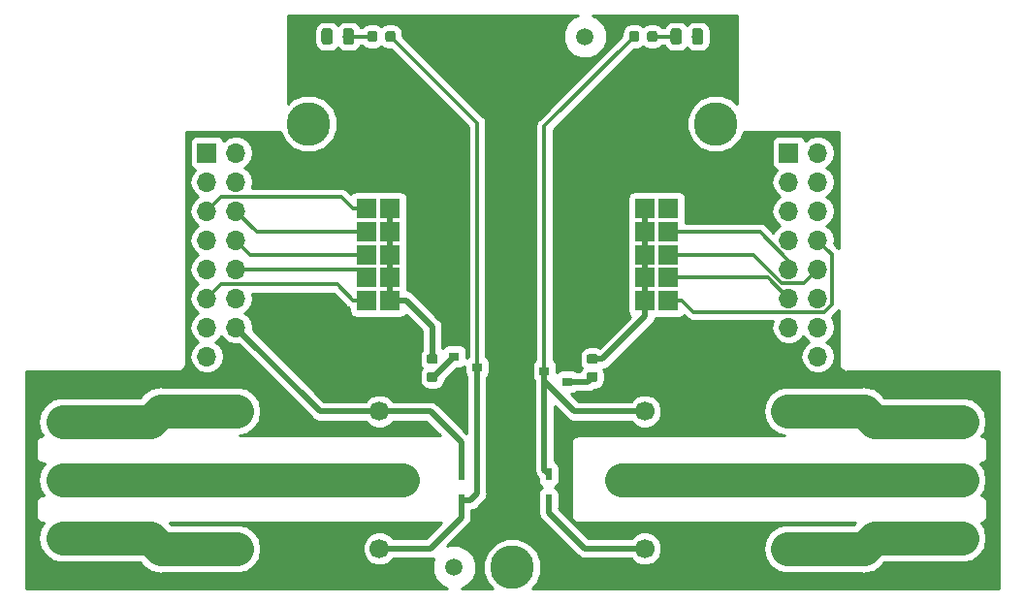
<source format=gbr>
G04 #@! TF.GenerationSoftware,KiCad,Pcbnew,(5.0.2)-1*
G04 #@! TF.CreationDate,2019-10-04T12:33:32+03:00*
G04 #@! TF.ProjectId,2-relay-over-io,322d7265-6c61-4792-9d6f-7665722d696f,rev?*
G04 #@! TF.SameCoordinates,Original*
G04 #@! TF.FileFunction,Copper,L1,Top*
G04 #@! TF.FilePolarity,Positive*
%FSLAX46Y46*%
G04 Gerber Fmt 4.6, Leading zero omitted, Abs format (unit mm)*
G04 Created by KiCad (PCBNEW (5.0.2)-1) date 04.10.2019 12:33:32*
%MOMM*%
%LPD*%
G01*
G04 APERTURE LIST*
G04 #@! TA.AperFunction,Conductor*
%ADD10C,0.100000*%
G04 #@! TD*
G04 #@! TA.AperFunction,SMDPad,CuDef*
%ADD11C,0.875000*%
G04 #@! TD*
G04 #@! TA.AperFunction,BGAPad,CuDef*
%ADD12C,1.500000*%
G04 #@! TD*
G04 #@! TA.AperFunction,ComponentPad*
%ADD13C,3.800000*%
G04 #@! TD*
G04 #@! TA.AperFunction,SMDPad,CuDef*
%ADD14R,0.900000X0.800000*%
G04 #@! TD*
G04 #@! TA.AperFunction,SMDPad,CuDef*
%ADD15R,0.550000X1.110000*%
G04 #@! TD*
G04 #@! TA.AperFunction,SMDPad,CuDef*
%ADD16C,0.975000*%
G04 #@! TD*
G04 #@! TA.AperFunction,ComponentPad*
%ADD17C,1.700000*%
G04 #@! TD*
G04 #@! TA.AperFunction,ComponentPad*
%ADD18R,1.800000X1.800000*%
G04 #@! TD*
G04 #@! TA.AperFunction,ComponentPad*
%ADD19R,1.700000X1.700000*%
G04 #@! TD*
G04 #@! TA.AperFunction,ComponentPad*
%ADD20O,1.700000X1.700000*%
G04 #@! TD*
G04 #@! TA.AperFunction,ComponentPad*
%ADD21C,2.540000*%
G04 #@! TD*
G04 #@! TA.AperFunction,ViaPad*
%ADD22C,0.800000*%
G04 #@! TD*
G04 #@! TA.AperFunction,Conductor*
%ADD23C,0.310000*%
G04 #@! TD*
G04 #@! TA.AperFunction,Conductor*
%ADD24C,0.508000*%
G04 #@! TD*
G04 #@! TA.AperFunction,Conductor*
%ADD25C,3.000000*%
G04 #@! TD*
G04 #@! TA.AperFunction,Conductor*
%ADD26C,0.254000*%
G04 #@! TD*
G04 APERTURE END LIST*
D10*
G04 #@! TO.N,Net-(D5-Pad2)*
G04 #@! TO.C,R2*
G36*
X108977691Y-96681053D02*
X108998926Y-96684203D01*
X109019750Y-96689419D01*
X109039962Y-96696651D01*
X109059368Y-96705830D01*
X109077781Y-96716866D01*
X109095024Y-96729654D01*
X109110930Y-96744070D01*
X109125346Y-96759976D01*
X109138134Y-96777219D01*
X109149170Y-96795632D01*
X109158349Y-96815038D01*
X109165581Y-96835250D01*
X109170797Y-96856074D01*
X109173947Y-96877309D01*
X109175000Y-96898750D01*
X109175000Y-97411250D01*
X109173947Y-97432691D01*
X109170797Y-97453926D01*
X109165581Y-97474750D01*
X109158349Y-97494962D01*
X109149170Y-97514368D01*
X109138134Y-97532781D01*
X109125346Y-97550024D01*
X109110930Y-97565930D01*
X109095024Y-97580346D01*
X109077781Y-97593134D01*
X109059368Y-97604170D01*
X109039962Y-97613349D01*
X109019750Y-97620581D01*
X108998926Y-97625797D01*
X108977691Y-97628947D01*
X108956250Y-97630000D01*
X108518750Y-97630000D01*
X108497309Y-97628947D01*
X108476074Y-97625797D01*
X108455250Y-97620581D01*
X108435038Y-97613349D01*
X108415632Y-97604170D01*
X108397219Y-97593134D01*
X108379976Y-97580346D01*
X108364070Y-97565930D01*
X108349654Y-97550024D01*
X108336866Y-97532781D01*
X108325830Y-97514368D01*
X108316651Y-97494962D01*
X108309419Y-97474750D01*
X108304203Y-97453926D01*
X108301053Y-97432691D01*
X108300000Y-97411250D01*
X108300000Y-96898750D01*
X108301053Y-96877309D01*
X108304203Y-96856074D01*
X108309419Y-96835250D01*
X108316651Y-96815038D01*
X108325830Y-96795632D01*
X108336866Y-96777219D01*
X108349654Y-96759976D01*
X108364070Y-96744070D01*
X108379976Y-96729654D01*
X108397219Y-96716866D01*
X108415632Y-96705830D01*
X108435038Y-96696651D01*
X108455250Y-96689419D01*
X108476074Y-96684203D01*
X108497309Y-96681053D01*
X108518750Y-96680000D01*
X108956250Y-96680000D01*
X108977691Y-96681053D01*
X108977691Y-96681053D01*
G37*
D11*
G04 #@! TD*
G04 #@! TO.P,R2,1*
G04 #@! TO.N,Net-(D5-Pad2)*
X108737500Y-97155000D03*
D10*
G04 #@! TO.N,Net-(DS1-Pad1)*
G04 #@! TO.C,R2*
G36*
X107402691Y-96681053D02*
X107423926Y-96684203D01*
X107444750Y-96689419D01*
X107464962Y-96696651D01*
X107484368Y-96705830D01*
X107502781Y-96716866D01*
X107520024Y-96729654D01*
X107535930Y-96744070D01*
X107550346Y-96759976D01*
X107563134Y-96777219D01*
X107574170Y-96795632D01*
X107583349Y-96815038D01*
X107590581Y-96835250D01*
X107595797Y-96856074D01*
X107598947Y-96877309D01*
X107600000Y-96898750D01*
X107600000Y-97411250D01*
X107598947Y-97432691D01*
X107595797Y-97453926D01*
X107590581Y-97474750D01*
X107583349Y-97494962D01*
X107574170Y-97514368D01*
X107563134Y-97532781D01*
X107550346Y-97550024D01*
X107535930Y-97565930D01*
X107520024Y-97580346D01*
X107502781Y-97593134D01*
X107484368Y-97604170D01*
X107464962Y-97613349D01*
X107444750Y-97620581D01*
X107423926Y-97625797D01*
X107402691Y-97628947D01*
X107381250Y-97630000D01*
X106943750Y-97630000D01*
X106922309Y-97628947D01*
X106901074Y-97625797D01*
X106880250Y-97620581D01*
X106860038Y-97613349D01*
X106840632Y-97604170D01*
X106822219Y-97593134D01*
X106804976Y-97580346D01*
X106789070Y-97565930D01*
X106774654Y-97550024D01*
X106761866Y-97532781D01*
X106750830Y-97514368D01*
X106741651Y-97494962D01*
X106734419Y-97474750D01*
X106729203Y-97453926D01*
X106726053Y-97432691D01*
X106725000Y-97411250D01*
X106725000Y-96898750D01*
X106726053Y-96877309D01*
X106729203Y-96856074D01*
X106734419Y-96835250D01*
X106741651Y-96815038D01*
X106750830Y-96795632D01*
X106761866Y-96777219D01*
X106774654Y-96759976D01*
X106789070Y-96744070D01*
X106804976Y-96729654D01*
X106822219Y-96716866D01*
X106840632Y-96705830D01*
X106860038Y-96696651D01*
X106880250Y-96689419D01*
X106901074Y-96684203D01*
X106922309Y-96681053D01*
X106943750Y-96680000D01*
X107381250Y-96680000D01*
X107402691Y-96681053D01*
X107402691Y-96681053D01*
G37*
D11*
G04 #@! TD*
G04 #@! TO.P,R2,2*
G04 #@! TO.N,Net-(DS1-Pad1)*
X107162500Y-97155000D03*
D12*
G04 #@! TO.P,FID1,1*
G04 #@! TO.N,N/C*
X114300000Y-143510000D03*
G04 #@! TD*
G04 #@! TO.P,FID2,1*
G04 #@! TO.N,N/C*
X125730000Y-97155000D03*
G04 #@! TD*
D13*
G04 #@! TO.P,H1,1*
G04 #@! TO.N,N/C*
X101600000Y-104775000D03*
G04 #@! TD*
G04 #@! TO.P,H2,1*
G04 #@! TO.N,N/C*
X137160000Y-104775000D03*
G04 #@! TD*
G04 #@! TO.P,H3,1*
G04 #@! TO.N,N/C*
X119380000Y-143510000D03*
G04 #@! TD*
D10*
G04 #@! TO.N,Net-(DS2-Pad1)*
G04 #@! TO.C,R3*
G36*
X131837691Y-96681053D02*
X131858926Y-96684203D01*
X131879750Y-96689419D01*
X131899962Y-96696651D01*
X131919368Y-96705830D01*
X131937781Y-96716866D01*
X131955024Y-96729654D01*
X131970930Y-96744070D01*
X131985346Y-96759976D01*
X131998134Y-96777219D01*
X132009170Y-96795632D01*
X132018349Y-96815038D01*
X132025581Y-96835250D01*
X132030797Y-96856074D01*
X132033947Y-96877309D01*
X132035000Y-96898750D01*
X132035000Y-97411250D01*
X132033947Y-97432691D01*
X132030797Y-97453926D01*
X132025581Y-97474750D01*
X132018349Y-97494962D01*
X132009170Y-97514368D01*
X131998134Y-97532781D01*
X131985346Y-97550024D01*
X131970930Y-97565930D01*
X131955024Y-97580346D01*
X131937781Y-97593134D01*
X131919368Y-97604170D01*
X131899962Y-97613349D01*
X131879750Y-97620581D01*
X131858926Y-97625797D01*
X131837691Y-97628947D01*
X131816250Y-97630000D01*
X131378750Y-97630000D01*
X131357309Y-97628947D01*
X131336074Y-97625797D01*
X131315250Y-97620581D01*
X131295038Y-97613349D01*
X131275632Y-97604170D01*
X131257219Y-97593134D01*
X131239976Y-97580346D01*
X131224070Y-97565930D01*
X131209654Y-97550024D01*
X131196866Y-97532781D01*
X131185830Y-97514368D01*
X131176651Y-97494962D01*
X131169419Y-97474750D01*
X131164203Y-97453926D01*
X131161053Y-97432691D01*
X131160000Y-97411250D01*
X131160000Y-96898750D01*
X131161053Y-96877309D01*
X131164203Y-96856074D01*
X131169419Y-96835250D01*
X131176651Y-96815038D01*
X131185830Y-96795632D01*
X131196866Y-96777219D01*
X131209654Y-96759976D01*
X131224070Y-96744070D01*
X131239976Y-96729654D01*
X131257219Y-96716866D01*
X131275632Y-96705830D01*
X131295038Y-96696651D01*
X131315250Y-96689419D01*
X131336074Y-96684203D01*
X131357309Y-96681053D01*
X131378750Y-96680000D01*
X131816250Y-96680000D01*
X131837691Y-96681053D01*
X131837691Y-96681053D01*
G37*
D11*
G04 #@! TD*
G04 #@! TO.P,R3,2*
G04 #@! TO.N,Net-(DS2-Pad1)*
X131597500Y-97155000D03*
D10*
G04 #@! TO.N,Net-(D6-Pad2)*
G04 #@! TO.C,R3*
G36*
X130262691Y-96681053D02*
X130283926Y-96684203D01*
X130304750Y-96689419D01*
X130324962Y-96696651D01*
X130344368Y-96705830D01*
X130362781Y-96716866D01*
X130380024Y-96729654D01*
X130395930Y-96744070D01*
X130410346Y-96759976D01*
X130423134Y-96777219D01*
X130434170Y-96795632D01*
X130443349Y-96815038D01*
X130450581Y-96835250D01*
X130455797Y-96856074D01*
X130458947Y-96877309D01*
X130460000Y-96898750D01*
X130460000Y-97411250D01*
X130458947Y-97432691D01*
X130455797Y-97453926D01*
X130450581Y-97474750D01*
X130443349Y-97494962D01*
X130434170Y-97514368D01*
X130423134Y-97532781D01*
X130410346Y-97550024D01*
X130395930Y-97565930D01*
X130380024Y-97580346D01*
X130362781Y-97593134D01*
X130344368Y-97604170D01*
X130324962Y-97613349D01*
X130304750Y-97620581D01*
X130283926Y-97625797D01*
X130262691Y-97628947D01*
X130241250Y-97630000D01*
X129803750Y-97630000D01*
X129782309Y-97628947D01*
X129761074Y-97625797D01*
X129740250Y-97620581D01*
X129720038Y-97613349D01*
X129700632Y-97604170D01*
X129682219Y-97593134D01*
X129664976Y-97580346D01*
X129649070Y-97565930D01*
X129634654Y-97550024D01*
X129621866Y-97532781D01*
X129610830Y-97514368D01*
X129601651Y-97494962D01*
X129594419Y-97474750D01*
X129589203Y-97453926D01*
X129586053Y-97432691D01*
X129585000Y-97411250D01*
X129585000Y-96898750D01*
X129586053Y-96877309D01*
X129589203Y-96856074D01*
X129594419Y-96835250D01*
X129601651Y-96815038D01*
X129610830Y-96795632D01*
X129621866Y-96777219D01*
X129634654Y-96759976D01*
X129649070Y-96744070D01*
X129664976Y-96729654D01*
X129682219Y-96716866D01*
X129700632Y-96705830D01*
X129720038Y-96696651D01*
X129740250Y-96689419D01*
X129761074Y-96684203D01*
X129782309Y-96681053D01*
X129803750Y-96680000D01*
X130241250Y-96680000D01*
X130262691Y-96681053D01*
X130262691Y-96681053D01*
G37*
D11*
G04 #@! TD*
G04 #@! TO.P,R3,1*
G04 #@! TO.N,Net-(D6-Pad2)*
X130022500Y-97155000D03*
D10*
G04 #@! TO.N,RELAY2_CTR*
G04 #@! TO.C,R6*
G36*
X126642691Y-124891553D02*
X126663926Y-124894703D01*
X126684750Y-124899919D01*
X126704962Y-124907151D01*
X126724368Y-124916330D01*
X126742781Y-124927366D01*
X126760024Y-124940154D01*
X126775930Y-124954570D01*
X126790346Y-124970476D01*
X126803134Y-124987719D01*
X126814170Y-125006132D01*
X126823349Y-125025538D01*
X126830581Y-125045750D01*
X126835797Y-125066574D01*
X126838947Y-125087809D01*
X126840000Y-125109250D01*
X126840000Y-125546750D01*
X126838947Y-125568191D01*
X126835797Y-125589426D01*
X126830581Y-125610250D01*
X126823349Y-125630462D01*
X126814170Y-125649868D01*
X126803134Y-125668281D01*
X126790346Y-125685524D01*
X126775930Y-125701430D01*
X126760024Y-125715846D01*
X126742781Y-125728634D01*
X126724368Y-125739670D01*
X126704962Y-125748849D01*
X126684750Y-125756081D01*
X126663926Y-125761297D01*
X126642691Y-125764447D01*
X126621250Y-125765500D01*
X126108750Y-125765500D01*
X126087309Y-125764447D01*
X126066074Y-125761297D01*
X126045250Y-125756081D01*
X126025038Y-125748849D01*
X126005632Y-125739670D01*
X125987219Y-125728634D01*
X125969976Y-125715846D01*
X125954070Y-125701430D01*
X125939654Y-125685524D01*
X125926866Y-125668281D01*
X125915830Y-125649868D01*
X125906651Y-125630462D01*
X125899419Y-125610250D01*
X125894203Y-125589426D01*
X125891053Y-125568191D01*
X125890000Y-125546750D01*
X125890000Y-125109250D01*
X125891053Y-125087809D01*
X125894203Y-125066574D01*
X125899419Y-125045750D01*
X125906651Y-125025538D01*
X125915830Y-125006132D01*
X125926866Y-124987719D01*
X125939654Y-124970476D01*
X125954070Y-124954570D01*
X125969976Y-124940154D01*
X125987219Y-124927366D01*
X126005632Y-124916330D01*
X126025038Y-124907151D01*
X126045250Y-124899919D01*
X126066074Y-124894703D01*
X126087309Y-124891553D01*
X126108750Y-124890500D01*
X126621250Y-124890500D01*
X126642691Y-124891553D01*
X126642691Y-124891553D01*
G37*
D11*
G04 #@! TD*
G04 #@! TO.P,R6,1*
G04 #@! TO.N,RELAY2_CTR*
X126365000Y-125328000D03*
D10*
G04 #@! TO.N,Net-(Q3-Pad1)*
G04 #@! TO.C,R6*
G36*
X126642691Y-126466553D02*
X126663926Y-126469703D01*
X126684750Y-126474919D01*
X126704962Y-126482151D01*
X126724368Y-126491330D01*
X126742781Y-126502366D01*
X126760024Y-126515154D01*
X126775930Y-126529570D01*
X126790346Y-126545476D01*
X126803134Y-126562719D01*
X126814170Y-126581132D01*
X126823349Y-126600538D01*
X126830581Y-126620750D01*
X126835797Y-126641574D01*
X126838947Y-126662809D01*
X126840000Y-126684250D01*
X126840000Y-127121750D01*
X126838947Y-127143191D01*
X126835797Y-127164426D01*
X126830581Y-127185250D01*
X126823349Y-127205462D01*
X126814170Y-127224868D01*
X126803134Y-127243281D01*
X126790346Y-127260524D01*
X126775930Y-127276430D01*
X126760024Y-127290846D01*
X126742781Y-127303634D01*
X126724368Y-127314670D01*
X126704962Y-127323849D01*
X126684750Y-127331081D01*
X126663926Y-127336297D01*
X126642691Y-127339447D01*
X126621250Y-127340500D01*
X126108750Y-127340500D01*
X126087309Y-127339447D01*
X126066074Y-127336297D01*
X126045250Y-127331081D01*
X126025038Y-127323849D01*
X126005632Y-127314670D01*
X125987219Y-127303634D01*
X125969976Y-127290846D01*
X125954070Y-127276430D01*
X125939654Y-127260524D01*
X125926866Y-127243281D01*
X125915830Y-127224868D01*
X125906651Y-127205462D01*
X125899419Y-127185250D01*
X125894203Y-127164426D01*
X125891053Y-127143191D01*
X125890000Y-127121750D01*
X125890000Y-126684250D01*
X125891053Y-126662809D01*
X125894203Y-126641574D01*
X125899419Y-126620750D01*
X125906651Y-126600538D01*
X125915830Y-126581132D01*
X125926866Y-126562719D01*
X125939654Y-126545476D01*
X125954070Y-126529570D01*
X125969976Y-126515154D01*
X125987219Y-126502366D01*
X126005632Y-126491330D01*
X126025038Y-126482151D01*
X126045250Y-126474919D01*
X126066074Y-126469703D01*
X126087309Y-126466553D01*
X126108750Y-126465500D01*
X126621250Y-126465500D01*
X126642691Y-126466553D01*
X126642691Y-126466553D01*
G37*
D11*
G04 #@! TD*
G04 #@! TO.P,R6,2*
G04 #@! TO.N,Net-(Q3-Pad1)*
X126365000Y-126903000D03*
D14*
G04 #@! TO.P,Q3,1*
G04 #@! TO.N,Net-(Q3-Pad1)*
X124190000Y-127315000D03*
G04 #@! TO.P,Q3,2*
G04 #@! TO.N,GND*
X124190000Y-125415000D03*
G04 #@! TO.P,Q3,3*
G04 #@! TO.N,Net-(D6-Pad2)*
X122190000Y-126365000D03*
G04 #@! TD*
D15*
G04 #@! TO.P,D5,1*
G04 #@! TO.N,+3V3*
X114935000Y-135385000D03*
G04 #@! TO.P,D5,2*
G04 #@! TO.N,Net-(D5-Pad2)*
X114935000Y-137665000D03*
G04 #@! TD*
G04 #@! TO.P,D6,2*
G04 #@! TO.N,Net-(D6-Pad2)*
X122555000Y-135385000D03*
G04 #@! TO.P,D6,1*
G04 #@! TO.N,+3V3*
X122555000Y-137665000D03*
G04 #@! TD*
D10*
G04 #@! TO.N,+3V3*
G04 #@! TO.C,DS1*
G36*
X103470142Y-96456174D02*
X103493803Y-96459684D01*
X103517007Y-96465496D01*
X103539529Y-96473554D01*
X103561153Y-96483782D01*
X103581670Y-96496079D01*
X103600883Y-96510329D01*
X103618607Y-96526393D01*
X103634671Y-96544117D01*
X103648921Y-96563330D01*
X103661218Y-96583847D01*
X103671446Y-96605471D01*
X103679504Y-96627993D01*
X103685316Y-96651197D01*
X103688826Y-96674858D01*
X103690000Y-96698750D01*
X103690000Y-97611250D01*
X103688826Y-97635142D01*
X103685316Y-97658803D01*
X103679504Y-97682007D01*
X103671446Y-97704529D01*
X103661218Y-97726153D01*
X103648921Y-97746670D01*
X103634671Y-97765883D01*
X103618607Y-97783607D01*
X103600883Y-97799671D01*
X103581670Y-97813921D01*
X103561153Y-97826218D01*
X103539529Y-97836446D01*
X103517007Y-97844504D01*
X103493803Y-97850316D01*
X103470142Y-97853826D01*
X103446250Y-97855000D01*
X102958750Y-97855000D01*
X102934858Y-97853826D01*
X102911197Y-97850316D01*
X102887993Y-97844504D01*
X102865471Y-97836446D01*
X102843847Y-97826218D01*
X102823330Y-97813921D01*
X102804117Y-97799671D01*
X102786393Y-97783607D01*
X102770329Y-97765883D01*
X102756079Y-97746670D01*
X102743782Y-97726153D01*
X102733554Y-97704529D01*
X102725496Y-97682007D01*
X102719684Y-97658803D01*
X102716174Y-97635142D01*
X102715000Y-97611250D01*
X102715000Y-96698750D01*
X102716174Y-96674858D01*
X102719684Y-96651197D01*
X102725496Y-96627993D01*
X102733554Y-96605471D01*
X102743782Y-96583847D01*
X102756079Y-96563330D01*
X102770329Y-96544117D01*
X102786393Y-96526393D01*
X102804117Y-96510329D01*
X102823330Y-96496079D01*
X102843847Y-96483782D01*
X102865471Y-96473554D01*
X102887993Y-96465496D01*
X102911197Y-96459684D01*
X102934858Y-96456174D01*
X102958750Y-96455000D01*
X103446250Y-96455000D01*
X103470142Y-96456174D01*
X103470142Y-96456174D01*
G37*
D16*
G04 #@! TD*
G04 #@! TO.P,DS1,2*
G04 #@! TO.N,+3V3*
X103202500Y-97155000D03*
D10*
G04 #@! TO.N,Net-(DS1-Pad1)*
G04 #@! TO.C,DS1*
G36*
X105345142Y-96456174D02*
X105368803Y-96459684D01*
X105392007Y-96465496D01*
X105414529Y-96473554D01*
X105436153Y-96483782D01*
X105456670Y-96496079D01*
X105475883Y-96510329D01*
X105493607Y-96526393D01*
X105509671Y-96544117D01*
X105523921Y-96563330D01*
X105536218Y-96583847D01*
X105546446Y-96605471D01*
X105554504Y-96627993D01*
X105560316Y-96651197D01*
X105563826Y-96674858D01*
X105565000Y-96698750D01*
X105565000Y-97611250D01*
X105563826Y-97635142D01*
X105560316Y-97658803D01*
X105554504Y-97682007D01*
X105546446Y-97704529D01*
X105536218Y-97726153D01*
X105523921Y-97746670D01*
X105509671Y-97765883D01*
X105493607Y-97783607D01*
X105475883Y-97799671D01*
X105456670Y-97813921D01*
X105436153Y-97826218D01*
X105414529Y-97836446D01*
X105392007Y-97844504D01*
X105368803Y-97850316D01*
X105345142Y-97853826D01*
X105321250Y-97855000D01*
X104833750Y-97855000D01*
X104809858Y-97853826D01*
X104786197Y-97850316D01*
X104762993Y-97844504D01*
X104740471Y-97836446D01*
X104718847Y-97826218D01*
X104698330Y-97813921D01*
X104679117Y-97799671D01*
X104661393Y-97783607D01*
X104645329Y-97765883D01*
X104631079Y-97746670D01*
X104618782Y-97726153D01*
X104608554Y-97704529D01*
X104600496Y-97682007D01*
X104594684Y-97658803D01*
X104591174Y-97635142D01*
X104590000Y-97611250D01*
X104590000Y-96698750D01*
X104591174Y-96674858D01*
X104594684Y-96651197D01*
X104600496Y-96627993D01*
X104608554Y-96605471D01*
X104618782Y-96583847D01*
X104631079Y-96563330D01*
X104645329Y-96544117D01*
X104661393Y-96526393D01*
X104679117Y-96510329D01*
X104698330Y-96496079D01*
X104718847Y-96483782D01*
X104740471Y-96473554D01*
X104762993Y-96465496D01*
X104786197Y-96459684D01*
X104809858Y-96456174D01*
X104833750Y-96455000D01*
X105321250Y-96455000D01*
X105345142Y-96456174D01*
X105345142Y-96456174D01*
G37*
D16*
G04 #@! TD*
G04 #@! TO.P,DS1,1*
G04 #@! TO.N,Net-(DS1-Pad1)*
X105077500Y-97155000D03*
D10*
G04 #@! TO.N,Net-(DS2-Pad1)*
G04 #@! TO.C,DS2*
G36*
X133950142Y-96456174D02*
X133973803Y-96459684D01*
X133997007Y-96465496D01*
X134019529Y-96473554D01*
X134041153Y-96483782D01*
X134061670Y-96496079D01*
X134080883Y-96510329D01*
X134098607Y-96526393D01*
X134114671Y-96544117D01*
X134128921Y-96563330D01*
X134141218Y-96583847D01*
X134151446Y-96605471D01*
X134159504Y-96627993D01*
X134165316Y-96651197D01*
X134168826Y-96674858D01*
X134170000Y-96698750D01*
X134170000Y-97611250D01*
X134168826Y-97635142D01*
X134165316Y-97658803D01*
X134159504Y-97682007D01*
X134151446Y-97704529D01*
X134141218Y-97726153D01*
X134128921Y-97746670D01*
X134114671Y-97765883D01*
X134098607Y-97783607D01*
X134080883Y-97799671D01*
X134061670Y-97813921D01*
X134041153Y-97826218D01*
X134019529Y-97836446D01*
X133997007Y-97844504D01*
X133973803Y-97850316D01*
X133950142Y-97853826D01*
X133926250Y-97855000D01*
X133438750Y-97855000D01*
X133414858Y-97853826D01*
X133391197Y-97850316D01*
X133367993Y-97844504D01*
X133345471Y-97836446D01*
X133323847Y-97826218D01*
X133303330Y-97813921D01*
X133284117Y-97799671D01*
X133266393Y-97783607D01*
X133250329Y-97765883D01*
X133236079Y-97746670D01*
X133223782Y-97726153D01*
X133213554Y-97704529D01*
X133205496Y-97682007D01*
X133199684Y-97658803D01*
X133196174Y-97635142D01*
X133195000Y-97611250D01*
X133195000Y-96698750D01*
X133196174Y-96674858D01*
X133199684Y-96651197D01*
X133205496Y-96627993D01*
X133213554Y-96605471D01*
X133223782Y-96583847D01*
X133236079Y-96563330D01*
X133250329Y-96544117D01*
X133266393Y-96526393D01*
X133284117Y-96510329D01*
X133303330Y-96496079D01*
X133323847Y-96483782D01*
X133345471Y-96473554D01*
X133367993Y-96465496D01*
X133391197Y-96459684D01*
X133414858Y-96456174D01*
X133438750Y-96455000D01*
X133926250Y-96455000D01*
X133950142Y-96456174D01*
X133950142Y-96456174D01*
G37*
D16*
G04 #@! TD*
G04 #@! TO.P,DS2,1*
G04 #@! TO.N,Net-(DS2-Pad1)*
X133682500Y-97155000D03*
D10*
G04 #@! TO.N,+3V3*
G04 #@! TO.C,DS2*
G36*
X135825142Y-96456174D02*
X135848803Y-96459684D01*
X135872007Y-96465496D01*
X135894529Y-96473554D01*
X135916153Y-96483782D01*
X135936670Y-96496079D01*
X135955883Y-96510329D01*
X135973607Y-96526393D01*
X135989671Y-96544117D01*
X136003921Y-96563330D01*
X136016218Y-96583847D01*
X136026446Y-96605471D01*
X136034504Y-96627993D01*
X136040316Y-96651197D01*
X136043826Y-96674858D01*
X136045000Y-96698750D01*
X136045000Y-97611250D01*
X136043826Y-97635142D01*
X136040316Y-97658803D01*
X136034504Y-97682007D01*
X136026446Y-97704529D01*
X136016218Y-97726153D01*
X136003921Y-97746670D01*
X135989671Y-97765883D01*
X135973607Y-97783607D01*
X135955883Y-97799671D01*
X135936670Y-97813921D01*
X135916153Y-97826218D01*
X135894529Y-97836446D01*
X135872007Y-97844504D01*
X135848803Y-97850316D01*
X135825142Y-97853826D01*
X135801250Y-97855000D01*
X135313750Y-97855000D01*
X135289858Y-97853826D01*
X135266197Y-97850316D01*
X135242993Y-97844504D01*
X135220471Y-97836446D01*
X135198847Y-97826218D01*
X135178330Y-97813921D01*
X135159117Y-97799671D01*
X135141393Y-97783607D01*
X135125329Y-97765883D01*
X135111079Y-97746670D01*
X135098782Y-97726153D01*
X135088554Y-97704529D01*
X135080496Y-97682007D01*
X135074684Y-97658803D01*
X135071174Y-97635142D01*
X135070000Y-97611250D01*
X135070000Y-96698750D01*
X135071174Y-96674858D01*
X135074684Y-96651197D01*
X135080496Y-96627993D01*
X135088554Y-96605471D01*
X135098782Y-96583847D01*
X135111079Y-96563330D01*
X135125329Y-96544117D01*
X135141393Y-96526393D01*
X135159117Y-96510329D01*
X135178330Y-96496079D01*
X135198847Y-96483782D01*
X135220471Y-96473554D01*
X135242993Y-96465496D01*
X135266197Y-96459684D01*
X135289858Y-96456174D01*
X135313750Y-96455000D01*
X135801250Y-96455000D01*
X135825142Y-96456174D01*
X135825142Y-96456174D01*
G37*
D16*
G04 #@! TD*
G04 #@! TO.P,DS2,2*
G04 #@! TO.N,+3V3*
X135557500Y-97155000D03*
D14*
G04 #@! TO.P,Q2,1*
G04 #@! TO.N,Net-(Q2-Pad1)*
X114300000Y-125095000D03*
G04 #@! TO.P,Q2,2*
G04 #@! TO.N,GND*
X114300000Y-126995000D03*
G04 #@! TO.P,Q2,3*
G04 #@! TO.N,Net-(D5-Pad2)*
X116300000Y-126045000D03*
G04 #@! TD*
D10*
G04 #@! TO.N,Net-(Q2-Pad1)*
G04 #@! TO.C,R5*
G36*
X112672691Y-126466553D02*
X112693926Y-126469703D01*
X112714750Y-126474919D01*
X112734962Y-126482151D01*
X112754368Y-126491330D01*
X112772781Y-126502366D01*
X112790024Y-126515154D01*
X112805930Y-126529570D01*
X112820346Y-126545476D01*
X112833134Y-126562719D01*
X112844170Y-126581132D01*
X112853349Y-126600538D01*
X112860581Y-126620750D01*
X112865797Y-126641574D01*
X112868947Y-126662809D01*
X112870000Y-126684250D01*
X112870000Y-127121750D01*
X112868947Y-127143191D01*
X112865797Y-127164426D01*
X112860581Y-127185250D01*
X112853349Y-127205462D01*
X112844170Y-127224868D01*
X112833134Y-127243281D01*
X112820346Y-127260524D01*
X112805930Y-127276430D01*
X112790024Y-127290846D01*
X112772781Y-127303634D01*
X112754368Y-127314670D01*
X112734962Y-127323849D01*
X112714750Y-127331081D01*
X112693926Y-127336297D01*
X112672691Y-127339447D01*
X112651250Y-127340500D01*
X112138750Y-127340500D01*
X112117309Y-127339447D01*
X112096074Y-127336297D01*
X112075250Y-127331081D01*
X112055038Y-127323849D01*
X112035632Y-127314670D01*
X112017219Y-127303634D01*
X111999976Y-127290846D01*
X111984070Y-127276430D01*
X111969654Y-127260524D01*
X111956866Y-127243281D01*
X111945830Y-127224868D01*
X111936651Y-127205462D01*
X111929419Y-127185250D01*
X111924203Y-127164426D01*
X111921053Y-127143191D01*
X111920000Y-127121750D01*
X111920000Y-126684250D01*
X111921053Y-126662809D01*
X111924203Y-126641574D01*
X111929419Y-126620750D01*
X111936651Y-126600538D01*
X111945830Y-126581132D01*
X111956866Y-126562719D01*
X111969654Y-126545476D01*
X111984070Y-126529570D01*
X111999976Y-126515154D01*
X112017219Y-126502366D01*
X112035632Y-126491330D01*
X112055038Y-126482151D01*
X112075250Y-126474919D01*
X112096074Y-126469703D01*
X112117309Y-126466553D01*
X112138750Y-126465500D01*
X112651250Y-126465500D01*
X112672691Y-126466553D01*
X112672691Y-126466553D01*
G37*
D11*
G04 #@! TD*
G04 #@! TO.P,R5,2*
G04 #@! TO.N,Net-(Q2-Pad1)*
X112395000Y-126903000D03*
D10*
G04 #@! TO.N,RELAY1_CTR*
G04 #@! TO.C,R5*
G36*
X112672691Y-124891553D02*
X112693926Y-124894703D01*
X112714750Y-124899919D01*
X112734962Y-124907151D01*
X112754368Y-124916330D01*
X112772781Y-124927366D01*
X112790024Y-124940154D01*
X112805930Y-124954570D01*
X112820346Y-124970476D01*
X112833134Y-124987719D01*
X112844170Y-125006132D01*
X112853349Y-125025538D01*
X112860581Y-125045750D01*
X112865797Y-125066574D01*
X112868947Y-125087809D01*
X112870000Y-125109250D01*
X112870000Y-125546750D01*
X112868947Y-125568191D01*
X112865797Y-125589426D01*
X112860581Y-125610250D01*
X112853349Y-125630462D01*
X112844170Y-125649868D01*
X112833134Y-125668281D01*
X112820346Y-125685524D01*
X112805930Y-125701430D01*
X112790024Y-125715846D01*
X112772781Y-125728634D01*
X112754368Y-125739670D01*
X112734962Y-125748849D01*
X112714750Y-125756081D01*
X112693926Y-125761297D01*
X112672691Y-125764447D01*
X112651250Y-125765500D01*
X112138750Y-125765500D01*
X112117309Y-125764447D01*
X112096074Y-125761297D01*
X112075250Y-125756081D01*
X112055038Y-125748849D01*
X112035632Y-125739670D01*
X112017219Y-125728634D01*
X111999976Y-125715846D01*
X111984070Y-125701430D01*
X111969654Y-125685524D01*
X111956866Y-125668281D01*
X111945830Y-125649868D01*
X111936651Y-125630462D01*
X111929419Y-125610250D01*
X111924203Y-125589426D01*
X111921053Y-125568191D01*
X111920000Y-125546750D01*
X111920000Y-125109250D01*
X111921053Y-125087809D01*
X111924203Y-125066574D01*
X111929419Y-125045750D01*
X111936651Y-125025538D01*
X111945830Y-125006132D01*
X111956866Y-124987719D01*
X111969654Y-124970476D01*
X111984070Y-124954570D01*
X111999976Y-124940154D01*
X112017219Y-124927366D01*
X112035632Y-124916330D01*
X112055038Y-124907151D01*
X112075250Y-124899919D01*
X112096074Y-124894703D01*
X112117309Y-124891553D01*
X112138750Y-124890500D01*
X112651250Y-124890500D01*
X112672691Y-124891553D01*
X112672691Y-124891553D01*
G37*
D11*
G04 #@! TD*
G04 #@! TO.P,R5,1*
G04 #@! TO.N,RELAY1_CTR*
X112395000Y-125328000D03*
D17*
G04 #@! TO.P,U2,4*
G04 #@! TO.N,Net-(TB2-Pad3)*
X143440000Y-141890000D03*
G04 #@! TO.P,U2,5*
G04 #@! TO.N,Net-(TB2-Pad1)*
X143440000Y-129889999D03*
G04 #@! TO.P,U2,2*
G04 #@! TO.N,Net-(D6-Pad2)*
X130940000Y-129890000D03*
G04 #@! TO.P,U2,3*
G04 #@! TO.N,Net-(TB2-Pad2)*
X128940000Y-135890000D03*
G04 #@! TO.P,U2,1*
G04 #@! TO.N,+3V3*
X130940000Y-141890000D03*
G04 #@! TD*
G04 #@! TO.P,U1,4*
G04 #@! TO.N,Net-(TB1-Pad3)*
X95291500Y-129890000D03*
G04 #@! TO.P,U1,5*
G04 #@! TO.N,Net-(TB1-Pad1)*
X95291500Y-141890000D03*
G04 #@! TO.P,U1,2*
G04 #@! TO.N,Net-(D5-Pad2)*
X107791500Y-141890000D03*
G04 #@! TO.P,U1,3*
G04 #@! TO.N,Net-(TB1-Pad2)*
X109791500Y-135890000D03*
G04 #@! TO.P,U1,1*
G04 #@! TO.N,+3V3*
X107791500Y-129890000D03*
G04 #@! TD*
D18*
G04 #@! TO.P,JP1,1*
G04 #@! TO.N,IO26*
X106680000Y-112205000D03*
G04 #@! TO.P,JP1,2*
G04 #@! TO.N,RELAY1_CTR*
X108680000Y-112205000D03*
G04 #@! TO.P,JP1,3*
G04 #@! TO.N,IO32*
X106680000Y-114205000D03*
G04 #@! TO.P,JP1,4*
G04 #@! TO.N,RELAY1_CTR*
X108680000Y-114205000D03*
G04 #@! TO.P,JP1,5*
G04 #@! TO.N,IO25*
X106680000Y-116205000D03*
G04 #@! TO.P,JP1,6*
G04 #@! TO.N,RELAY1_CTR*
X108680000Y-116205000D03*
G04 #@! TO.P,JP1,7*
G04 #@! TO.N,IO27*
X106680000Y-118205000D03*
G04 #@! TO.P,JP1,8*
G04 #@! TO.N,RELAY1_CTR*
X108680000Y-118205000D03*
G04 #@! TO.P,JP1,9*
G04 #@! TO.N,IO15*
X106680000Y-120205000D03*
G04 #@! TO.P,JP1,10*
G04 #@! TO.N,RELAY1_CTR*
X108680000Y-120205000D03*
G04 #@! TD*
G04 #@! TO.P,JP2,10*
G04 #@! TO.N,RELAY2_CTR*
X130985000Y-112205000D03*
G04 #@! TO.P,JP2,9*
G04 #@! TO.N,IO33*
X132985000Y-112205000D03*
G04 #@! TO.P,JP2,8*
G04 #@! TO.N,RELAY2_CTR*
X130985000Y-114205000D03*
G04 #@! TO.P,JP2,7*
G04 #@! TO.N,IO17*
X132985000Y-114205000D03*
G04 #@! TO.P,JP2,6*
G04 #@! TO.N,RELAY2_CTR*
X130985000Y-116205000D03*
G04 #@! TO.P,JP2,5*
G04 #@! TO.N,IO16*
X132985000Y-116205000D03*
G04 #@! TO.P,JP2,4*
G04 #@! TO.N,RELAY2_CTR*
X130985000Y-118205000D03*
G04 #@! TO.P,JP2,3*
G04 #@! TO.N,IO4*
X132985000Y-118205000D03*
G04 #@! TO.P,JP2,2*
G04 #@! TO.N,RELAY2_CTR*
X130985000Y-120205000D03*
G04 #@! TO.P,JP2,1*
G04 #@! TO.N,IO5*
X132985000Y-120205000D03*
G04 #@! TD*
D19*
G04 #@! TO.P,J1,1*
G04 #@! TO.N,I39*
X92710000Y-107315000D03*
D20*
G04 #@! TO.P,J1,2*
G04 #@! TO.N,I36*
X95250000Y-107315000D03*
G04 #@! TO.P,J1,3*
G04 #@! TO.N,IO33*
X92710000Y-109855000D03*
G04 #@! TO.P,J1,4*
G04 #@! TO.N,N/C*
X95250000Y-109855000D03*
G04 #@! TO.P,J1,5*
G04 #@! TO.N,IO26*
X92710000Y-112395000D03*
G04 #@! TO.P,J1,6*
G04 #@! TO.N,IO32*
X95250000Y-112395000D03*
G04 #@! TO.P,J1,7*
G04 #@! TO.N,N/C*
X92710000Y-114935000D03*
G04 #@! TO.P,J1,8*
G04 #@! TO.N,IO25*
X95250000Y-114935000D03*
G04 #@! TO.P,J1,9*
G04 #@! TO.N,N/C*
X92710000Y-117475000D03*
G04 #@! TO.P,J1,10*
G04 #@! TO.N,IO27*
X95250000Y-117475000D03*
G04 #@! TO.P,J1,11*
G04 #@! TO.N,IO15*
X92710000Y-120015000D03*
G04 #@! TO.P,J1,12*
G04 #@! TO.N,N/C*
X95250000Y-120015000D03*
G04 #@! TO.P,J1,13*
X92710000Y-122555000D03*
G04 #@! TO.P,J1,14*
G04 #@! TO.N,+3V3*
X95250000Y-122555000D03*
G04 #@! TO.P,J1,15*
G04 #@! TO.N,N/C*
X92710000Y-125095000D03*
G04 #@! TO.P,J1,16*
G04 #@! TO.N,GND*
X95250000Y-125095000D03*
G04 #@! TD*
G04 #@! TO.P,J2,16*
G04 #@! TO.N,N/C*
X146050000Y-125095000D03*
G04 #@! TO.P,J2,15*
G04 #@! TO.N,GND*
X143510000Y-125095000D03*
G04 #@! TO.P,J2,14*
G04 #@! TO.N,N/C*
X146050000Y-122555000D03*
G04 #@! TO.P,J2,13*
G04 #@! TO.N,+3V3*
X143510000Y-122555000D03*
G04 #@! TO.P,J2,12*
G04 #@! TO.N,N/C*
X146050000Y-120015000D03*
G04 #@! TO.P,J2,11*
G04 #@! TO.N,IO4*
X143510000Y-120015000D03*
G04 #@! TO.P,J2,10*
G04 #@! TO.N,IO16*
X146050000Y-117475000D03*
G04 #@! TO.P,J2,9*
G04 #@! TO.N,IO17*
X143510000Y-117475000D03*
G04 #@! TO.P,J2,8*
G04 #@! TO.N,IO5*
X146050000Y-114935000D03*
G04 #@! TO.P,J2,7*
G04 #@! TO.N,N/C*
X143510000Y-114935000D03*
G04 #@! TO.P,J2,6*
X146050000Y-112395000D03*
G04 #@! TO.P,J2,5*
X143510000Y-112395000D03*
G04 #@! TO.P,J2,4*
X146050000Y-109855000D03*
G04 #@! TO.P,J2,3*
G04 #@! TO.N,IO1*
X143510000Y-109855000D03*
G04 #@! TO.P,J2,2*
G04 #@! TO.N,I2C_SCL*
X146050000Y-107315000D03*
D19*
G04 #@! TO.P,J2,1*
G04 #@! TO.N,VSPI_MOSI*
X143510000Y-107315000D03*
G04 #@! TD*
D21*
G04 #@! TO.P,TB1,3*
G04 #@! TO.N,Net-(TB1-Pad3)*
X80137000Y-130810000D03*
X87757000Y-130810000D03*
G04 #@! TO.P,TB1,2*
G04 #@! TO.N,Net-(TB1-Pad2)*
X80137000Y-135890000D03*
X87757000Y-135890000D03*
G04 #@! TO.P,TB1,1*
G04 #@! TO.N,Net-(TB1-Pad1)*
X80137000Y-140970000D03*
X87757000Y-140970000D03*
G04 #@! TD*
G04 #@! TO.P,TB2,1*
G04 #@! TO.N,Net-(TB2-Pad1)*
X151003000Y-130810000D03*
X158623000Y-130810000D03*
G04 #@! TO.P,TB2,2*
G04 #@! TO.N,Net-(TB2-Pad2)*
X151003000Y-135890000D03*
X158623000Y-135890000D03*
G04 #@! TO.P,TB2,3*
G04 #@! TO.N,Net-(TB2-Pad3)*
X151003000Y-140970000D03*
X158623000Y-140970000D03*
G04 #@! TD*
D22*
G04 #@! TO.N,GND*
X119189500Y-128651000D03*
X114681000Y-128651000D03*
G04 #@! TO.N,+3V3*
X103251000Y-97155000D03*
X135572500Y-97155000D03*
G04 #@! TD*
D23*
G04 #@! TO.N,IO32*
X97060000Y-114205000D02*
X106680000Y-114205000D01*
X95250000Y-112395000D02*
X97060000Y-114205000D01*
G04 #@! TO.N,IO25*
X96520000Y-116205000D02*
X106680000Y-116205000D01*
X95250000Y-114935000D02*
X96520000Y-116205000D01*
G04 #@! TO.N,IO26*
X105470000Y-112205000D02*
X106680000Y-112205000D01*
X104454999Y-111189999D02*
X105470000Y-112205000D01*
X93915001Y-111189999D02*
X104454999Y-111189999D01*
X92710000Y-112395000D02*
X93915001Y-111189999D01*
G04 #@! TO.N,IO27*
X105950000Y-117475000D02*
X106680000Y-118205000D01*
X95250000Y-117475000D02*
X105950000Y-117475000D01*
G04 #@! TO.N,IO15*
X105470000Y-120205000D02*
X106680000Y-120205000D01*
X104074999Y-118809999D02*
X105470000Y-120205000D01*
X93915001Y-118809999D02*
X104074999Y-118809999D01*
X92710000Y-120015000D02*
X93915001Y-118809999D01*
G04 #@! TO.N,IO4*
X141700000Y-118205000D02*
X143510000Y-120015000D01*
X132985000Y-118205000D02*
X141700000Y-118205000D01*
G04 #@! TO.N,IO16*
X145200001Y-118324999D02*
X146050000Y-117475000D01*
X144844999Y-118680001D02*
X145200001Y-118324999D01*
X142931599Y-118680001D02*
X144844999Y-118680001D01*
X140456598Y-116205000D02*
X142931599Y-118680001D01*
X132985000Y-116205000D02*
X140456598Y-116205000D01*
G04 #@! TO.N,IO17*
X132985000Y-114205000D02*
X140996598Y-114205000D01*
X140996598Y-114205000D02*
X143510000Y-116718402D01*
X143510000Y-116718402D02*
X143510000Y-117475000D01*
G04 #@! TO.N,IO5*
X146899999Y-115784999D02*
X146050000Y-114935000D01*
X147255001Y-116140001D02*
X146899999Y-115784999D01*
X147255001Y-120593401D02*
X147255001Y-116140001D01*
X146628401Y-121220001D02*
X147255001Y-120593401D01*
X135210001Y-121220001D02*
X146628401Y-121220001D01*
X134195000Y-120205000D02*
X135210001Y-121220001D01*
X132985000Y-120205000D02*
X134195000Y-120205000D01*
D24*
G04 #@! TO.N,Net-(Q2-Pad1)*
X112492000Y-126903000D02*
X114300000Y-125095000D01*
X112395000Y-126903000D02*
X112492000Y-126903000D01*
G04 #@! TO.N,Net-(D6-Pad2)*
X122190000Y-135020000D02*
X122555000Y-135385000D01*
X122190000Y-126365000D02*
X122190000Y-135020000D01*
X129737919Y-129890000D02*
X130940000Y-129890000D01*
X124807000Y-129890000D02*
X129737919Y-129890000D01*
X122190000Y-127273000D02*
X124807000Y-129890000D01*
X122190000Y-126365000D02*
X122190000Y-127273000D01*
D23*
X122190000Y-104987500D02*
X130022500Y-97155000D01*
X122190000Y-126365000D02*
X122190000Y-104987500D01*
D24*
G04 #@! TO.N,Net-(D5-Pad2)*
X115718000Y-137665000D02*
X114935000Y-137665000D01*
X116300000Y-137083000D02*
X115718000Y-137665000D01*
X116300000Y-126045000D02*
X116300000Y-137083000D01*
X114935000Y-139178133D02*
X114935000Y-138430000D01*
X112223133Y-141890000D02*
X114935000Y-139178133D01*
X107791500Y-141890000D02*
X112223133Y-141890000D01*
X114935000Y-137665000D02*
X114935000Y-138430000D01*
X114935000Y-138430000D02*
X114935000Y-138728000D01*
D23*
X116300000Y-104717500D02*
X116300000Y-126045000D01*
X108737500Y-97155000D02*
X116300000Y-104717500D01*
G04 #@! TO.N,Net-(DS1-Pad1)*
X105077500Y-97155000D02*
X107162500Y-97155000D01*
G04 #@! TO.N,Net-(DS2-Pad1)*
X133682500Y-97155000D02*
X131597500Y-97155000D01*
D24*
G04 #@! TO.N,Net-(Q3-Pad1)*
X125953000Y-127315000D02*
X126365000Y-126903000D01*
X124190000Y-127315000D02*
X125953000Y-127315000D01*
G04 #@! TO.N,RELAY1_CTR*
X108680000Y-112205000D02*
X108680000Y-120205000D01*
X110088000Y-120205000D02*
X108680000Y-120205000D01*
X112395000Y-122512000D02*
X110088000Y-120205000D01*
X112395000Y-125328000D02*
X112395000Y-122512000D01*
G04 #@! TO.N,RELAY2_CTR*
X130985000Y-121613000D02*
X130985000Y-120205000D01*
X127270000Y-125328000D02*
X130985000Y-121613000D01*
X126365000Y-125328000D02*
X127270000Y-125328000D01*
X130985000Y-120205000D02*
X130985000Y-112205000D01*
G04 #@! TO.N,+3V3*
X114935000Y-135105000D02*
X114935000Y-135385000D01*
X129737919Y-141890000D02*
X130940000Y-141890000D01*
X125717000Y-141890000D02*
X129737919Y-141890000D01*
X122555000Y-138728000D02*
X125717000Y-141890000D01*
X122555000Y-137665000D02*
X122555000Y-138728000D01*
X114935000Y-135385000D02*
X114935000Y-132601867D01*
X112223133Y-129890000D02*
X107791500Y-129890000D01*
X114935000Y-132601867D02*
X112223133Y-129890000D01*
X102585000Y-129890000D02*
X107791500Y-129890000D01*
X95250000Y-122555000D02*
X102585000Y-129890000D01*
D25*
G04 #@! TO.N,Net-(TB1-Pad3)*
X80137000Y-130810000D02*
X87757000Y-130810000D01*
X88677000Y-129890000D02*
X87757000Y-130810000D01*
X95291500Y-129890000D02*
X88677000Y-129890000D01*
G04 #@! TO.N,Net-(TB1-Pad2)*
X109791500Y-135890000D02*
X80137000Y-135890000D01*
G04 #@! TO.N,Net-(TB1-Pad1)*
X80137000Y-140970000D02*
X87757000Y-140970000D01*
X88677000Y-141890000D02*
X87757000Y-140970000D01*
X95291500Y-141890000D02*
X88677000Y-141890000D01*
G04 #@! TO.N,Net-(TB2-Pad1)*
X150082999Y-129889999D02*
X151003000Y-130810000D01*
X143440000Y-129889999D02*
X150082999Y-129889999D01*
X151003000Y-130810000D02*
X158623000Y-130810000D01*
G04 #@! TO.N,Net-(TB2-Pad2)*
X128940000Y-135890000D02*
X158623000Y-135890000D01*
G04 #@! TO.N,Net-(TB2-Pad3)*
X158623000Y-140970000D02*
X151003000Y-140970000D01*
X150083000Y-141890000D02*
X151003000Y-140970000D01*
X143440000Y-141890000D02*
X150083000Y-141890000D01*
G04 #@! TD*
D26*
G04 #@! TO.N,GND*
G36*
X124638442Y-95521368D02*
X124096368Y-96063442D01*
X123803000Y-96771696D01*
X123803000Y-97538304D01*
X124096368Y-98246558D01*
X124638442Y-98788632D01*
X125346696Y-99082000D01*
X126113304Y-99082000D01*
X126821558Y-98788632D01*
X127363632Y-98246558D01*
X127657000Y-97538304D01*
X127657000Y-96771696D01*
X127363632Y-96063442D01*
X126821558Y-95521368D01*
X126347483Y-95325000D01*
X138990001Y-95325000D01*
X138990000Y-103019968D01*
X138595962Y-102625930D01*
X137664243Y-102240000D01*
X136655757Y-102240000D01*
X135724038Y-102625930D01*
X135010930Y-103339038D01*
X134625000Y-104270757D01*
X134625000Y-105279243D01*
X135010930Y-106210962D01*
X135724038Y-106924070D01*
X136655757Y-107310000D01*
X137664243Y-107310000D01*
X138595962Y-106924070D01*
X139309070Y-106210962D01*
X139611318Y-105481269D01*
X139700000Y-105498909D01*
X139769925Y-105485000D01*
X147880001Y-105485000D01*
X147880000Y-115653417D01*
X147824559Y-115570443D01*
X147758593Y-115526366D01*
X147513634Y-115281407D01*
X147513632Y-115281403D01*
X147498248Y-115266019D01*
X147564092Y-114935000D01*
X147448839Y-114355582D01*
X147120625Y-113864375D01*
X146822239Y-113665000D01*
X147120625Y-113465625D01*
X147448839Y-112974418D01*
X147564092Y-112395000D01*
X147448839Y-111815582D01*
X147120625Y-111324375D01*
X146822239Y-111125000D01*
X147120625Y-110925625D01*
X147448839Y-110434418D01*
X147564092Y-109855000D01*
X147448839Y-109275582D01*
X147120625Y-108784375D01*
X146822239Y-108585000D01*
X147120625Y-108385625D01*
X147448839Y-107894418D01*
X147564092Y-107315000D01*
X147448839Y-106735582D01*
X147120625Y-106244375D01*
X146629418Y-105916161D01*
X146196256Y-105830000D01*
X145903744Y-105830000D01*
X145470582Y-105916161D01*
X144979375Y-106244375D01*
X144967184Y-106262619D01*
X144958157Y-106217235D01*
X144817809Y-106007191D01*
X144607765Y-105866843D01*
X144360000Y-105817560D01*
X142660000Y-105817560D01*
X142412235Y-105866843D01*
X142202191Y-106007191D01*
X142061843Y-106217235D01*
X142012560Y-106465000D01*
X142012560Y-108165000D01*
X142061843Y-108412765D01*
X142202191Y-108622809D01*
X142412235Y-108763157D01*
X142457619Y-108772184D01*
X142439375Y-108784375D01*
X142111161Y-109275582D01*
X141995908Y-109855000D01*
X142111161Y-110434418D01*
X142439375Y-110925625D01*
X142737761Y-111125000D01*
X142439375Y-111324375D01*
X142111161Y-111815582D01*
X141995908Y-112395000D01*
X142111161Y-112974418D01*
X142439375Y-113465625D01*
X142737761Y-113665000D01*
X142439375Y-113864375D01*
X142172543Y-114263717D01*
X141610231Y-113701405D01*
X141566156Y-113635442D01*
X141304841Y-113460836D01*
X141074407Y-113415000D01*
X141074403Y-113415000D01*
X140996598Y-113399524D01*
X140918793Y-113415000D01*
X134532440Y-113415000D01*
X134532440Y-113305000D01*
X134512549Y-113205000D01*
X134532440Y-113105000D01*
X134532440Y-111305000D01*
X134483157Y-111057235D01*
X134342809Y-110847191D01*
X134132765Y-110706843D01*
X133885000Y-110657560D01*
X132085000Y-110657560D01*
X131985000Y-110677451D01*
X131885000Y-110657560D01*
X130085000Y-110657560D01*
X129837235Y-110706843D01*
X129627191Y-110847191D01*
X129486843Y-111057235D01*
X129437560Y-111305000D01*
X129437560Y-113105000D01*
X129457451Y-113205000D01*
X129437560Y-113305000D01*
X129437560Y-115105000D01*
X129457451Y-115205000D01*
X129437560Y-115305000D01*
X129437560Y-117105000D01*
X129457451Y-117205000D01*
X129437560Y-117305000D01*
X129437560Y-119105000D01*
X129457451Y-119205000D01*
X129437560Y-119305000D01*
X129437560Y-121105000D01*
X129486843Y-121352765D01*
X129627191Y-121562809D01*
X129717567Y-121623197D01*
X127000110Y-124340655D01*
X126952727Y-124308995D01*
X126621250Y-124243060D01*
X126108750Y-124243060D01*
X125777273Y-124308995D01*
X125496261Y-124496761D01*
X125308495Y-124777773D01*
X125242560Y-125109250D01*
X125242560Y-125546750D01*
X125308495Y-125878227D01*
X125467036Y-126115500D01*
X125308495Y-126352773D01*
X125293929Y-126426000D01*
X125051129Y-126426000D01*
X124887765Y-126316843D01*
X124640000Y-126267560D01*
X123740000Y-126267560D01*
X123492235Y-126316843D01*
X123287440Y-126453684D01*
X123287440Y-125965000D01*
X123238157Y-125717235D01*
X123097809Y-125507191D01*
X122980000Y-125428473D01*
X122980000Y-105314728D01*
X130017288Y-98277440D01*
X130241250Y-98277440D01*
X130572727Y-98211505D01*
X130810000Y-98052964D01*
X131047273Y-98211505D01*
X131378750Y-98277440D01*
X131816250Y-98277440D01*
X132147727Y-98211505D01*
X132428739Y-98023739D01*
X132481351Y-97945000D01*
X132613947Y-97945000D01*
X132615398Y-97952294D01*
X132808584Y-98241416D01*
X133097706Y-98434602D01*
X133438750Y-98502440D01*
X133926250Y-98502440D01*
X134267294Y-98434602D01*
X134556416Y-98241416D01*
X134620000Y-98146256D01*
X134683584Y-98241416D01*
X134972706Y-98434602D01*
X135313750Y-98502440D01*
X135801250Y-98502440D01*
X136142294Y-98434602D01*
X136431416Y-98241416D01*
X136624602Y-97952294D01*
X136692440Y-97611250D01*
X136692440Y-96698750D01*
X136624602Y-96357706D01*
X136431416Y-96068584D01*
X136142294Y-95875398D01*
X135801250Y-95807560D01*
X135313750Y-95807560D01*
X134972706Y-95875398D01*
X134683584Y-96068584D01*
X134620000Y-96163744D01*
X134556416Y-96068584D01*
X134267294Y-95875398D01*
X133926250Y-95807560D01*
X133438750Y-95807560D01*
X133097706Y-95875398D01*
X132808584Y-96068584D01*
X132615398Y-96357706D01*
X132613947Y-96365000D01*
X132481351Y-96365000D01*
X132428739Y-96286261D01*
X132147727Y-96098495D01*
X131816250Y-96032560D01*
X131378750Y-96032560D01*
X131047273Y-96098495D01*
X130810000Y-96257036D01*
X130572727Y-96098495D01*
X130241250Y-96032560D01*
X129803750Y-96032560D01*
X129472273Y-96098495D01*
X129191261Y-96286261D01*
X129003495Y-96567273D01*
X128937560Y-96898750D01*
X128937560Y-97122712D01*
X121686404Y-104373868D01*
X121620443Y-104417942D01*
X121576369Y-104483903D01*
X121576367Y-104483905D01*
X121445836Y-104679258D01*
X121384524Y-104987500D01*
X121400001Y-105065310D01*
X121400000Y-125428473D01*
X121282191Y-125507191D01*
X121141843Y-125717235D01*
X121092560Y-125965000D01*
X121092560Y-126765000D01*
X121141843Y-127012765D01*
X121282191Y-127222809D01*
X121292233Y-127229519D01*
X121283584Y-127273000D01*
X121301000Y-127360555D01*
X121301001Y-134932441D01*
X121283584Y-135020000D01*
X121352582Y-135366870D01*
X121549068Y-135660933D01*
X121623294Y-135710529D01*
X121632560Y-135719795D01*
X121632560Y-135940000D01*
X121681843Y-136187765D01*
X121822191Y-136397809D01*
X122012544Y-136525000D01*
X121822191Y-136652191D01*
X121681843Y-136862235D01*
X121632560Y-137110000D01*
X121632560Y-138220000D01*
X121666001Y-138388119D01*
X121666001Y-138640441D01*
X121648584Y-138728000D01*
X121717582Y-139074870D01*
X121846239Y-139267419D01*
X121914068Y-139368933D01*
X121988294Y-139418529D01*
X125026471Y-142456707D01*
X125076067Y-142530933D01*
X125370130Y-142727419D01*
X125629444Y-142779000D01*
X125629448Y-142779000D01*
X125716999Y-142796415D01*
X125804550Y-142779000D01*
X129728893Y-142779000D01*
X130098815Y-143148922D01*
X130644615Y-143375000D01*
X131235385Y-143375000D01*
X131781185Y-143148922D01*
X132198922Y-142731185D01*
X132425000Y-142185385D01*
X132425000Y-141594615D01*
X132198922Y-141048815D01*
X131781185Y-140631078D01*
X131235385Y-140405000D01*
X130644615Y-140405000D01*
X130098815Y-140631078D01*
X129728893Y-141001000D01*
X126085236Y-141001000D01*
X123448704Y-138364469D01*
X123477440Y-138220000D01*
X123477440Y-137110000D01*
X123428157Y-136862235D01*
X123287809Y-136652191D01*
X123097456Y-136525000D01*
X123287809Y-136397809D01*
X123428157Y-136187765D01*
X123477440Y-135940000D01*
X123477440Y-134830000D01*
X123428157Y-134582235D01*
X123287809Y-134372191D01*
X123079000Y-134232668D01*
X123079000Y-132715000D01*
X124498091Y-132715000D01*
X124512000Y-132784926D01*
X124512001Y-138868069D01*
X124498091Y-138938000D01*
X124553195Y-139215028D01*
X124710119Y-139449881D01*
X124944972Y-139606805D01*
X125152074Y-139648000D01*
X125152075Y-139648000D01*
X125222000Y-139661909D01*
X125291926Y-139648000D01*
X149305655Y-139648000D01*
X149198655Y-139755000D01*
X143229721Y-139755000D01*
X142606964Y-139878874D01*
X141900751Y-140350751D01*
X141428874Y-141056964D01*
X141263173Y-141890000D01*
X141428874Y-142723036D01*
X141900751Y-143429249D01*
X142606964Y-143901126D01*
X143229721Y-144025000D01*
X149872725Y-144025000D01*
X150083000Y-144066826D01*
X150293275Y-144025000D01*
X150293279Y-144025000D01*
X150916036Y-143901126D01*
X151622249Y-143429249D01*
X151741364Y-143250981D01*
X151887345Y-143105000D01*
X158833279Y-143105000D01*
X159456036Y-142981126D01*
X160162249Y-142509249D01*
X160634126Y-141803036D01*
X160799827Y-140970000D01*
X160634126Y-140136964D01*
X160296795Y-139632113D01*
X160424028Y-139606805D01*
X160658881Y-139449881D01*
X160815805Y-139215028D01*
X160870909Y-138938000D01*
X160857000Y-138868074D01*
X160857000Y-137991925D01*
X160870909Y-137922000D01*
X160815805Y-137644972D01*
X160658881Y-137410119D01*
X160424028Y-137253195D01*
X160296795Y-137227887D01*
X160634126Y-136723036D01*
X160799827Y-135890000D01*
X160634126Y-135056964D01*
X160221892Y-134440012D01*
X160424028Y-134399805D01*
X160658881Y-134242881D01*
X160815805Y-134008028D01*
X160870909Y-133731000D01*
X160857000Y-133661074D01*
X160857000Y-132784926D01*
X160870909Y-132715000D01*
X160815805Y-132437972D01*
X160658881Y-132203119D01*
X160424028Y-132046195D01*
X160371698Y-132035786D01*
X160634126Y-131643036D01*
X160799827Y-130810000D01*
X160634126Y-129976964D01*
X160162249Y-129270751D01*
X159456036Y-128798874D01*
X158833279Y-128675000D01*
X151887345Y-128675000D01*
X151741363Y-128529018D01*
X151622248Y-128350750D01*
X150916035Y-127878873D01*
X150293278Y-127754999D01*
X150293274Y-127754999D01*
X150082999Y-127713173D01*
X149872724Y-127754999D01*
X143229721Y-127754999D01*
X142606964Y-127878873D01*
X141900751Y-128350750D01*
X141428874Y-129056963D01*
X141263173Y-129889999D01*
X141428874Y-130723035D01*
X141900751Y-131429248D01*
X142606964Y-131901125D01*
X143129179Y-132005000D01*
X125291925Y-132005000D01*
X125222000Y-131991091D01*
X125152074Y-132005000D01*
X124944972Y-132046195D01*
X124710119Y-132203119D01*
X124553195Y-132437972D01*
X124498091Y-132715000D01*
X123079000Y-132715000D01*
X123079000Y-129419236D01*
X124116470Y-130456706D01*
X124166067Y-130530933D01*
X124460130Y-130727419D01*
X124719444Y-130779000D01*
X124719445Y-130779000D01*
X124807000Y-130796416D01*
X124894555Y-130779000D01*
X129728893Y-130779000D01*
X130098815Y-131148922D01*
X130644615Y-131375000D01*
X131235385Y-131375000D01*
X131781185Y-131148922D01*
X132198922Y-130731185D01*
X132425000Y-130185385D01*
X132425000Y-129594615D01*
X132198922Y-129048815D01*
X131781185Y-128631078D01*
X131235385Y-128405000D01*
X130644615Y-128405000D01*
X130098815Y-128631078D01*
X129728893Y-129001000D01*
X125175236Y-129001000D01*
X124536676Y-128362440D01*
X124640000Y-128362440D01*
X124887765Y-128313157D01*
X125051129Y-128204000D01*
X125865445Y-128204000D01*
X125953000Y-128221416D01*
X126040555Y-128204000D01*
X126040556Y-128204000D01*
X126299870Y-128152419D01*
X126546031Y-127987940D01*
X126621250Y-127987940D01*
X126952727Y-127922005D01*
X127233739Y-127734239D01*
X127421505Y-127453227D01*
X127487440Y-127121750D01*
X127487440Y-126684250D01*
X127421505Y-126352773D01*
X127333925Y-126221700D01*
X127357555Y-126217000D01*
X127357556Y-126217000D01*
X127616870Y-126165419D01*
X127910933Y-125968933D01*
X127960531Y-125894704D01*
X131551707Y-122303529D01*
X131625933Y-122253933D01*
X131822419Y-121959870D01*
X131863680Y-121752440D01*
X131885000Y-121752440D01*
X131985000Y-121732549D01*
X132085000Y-121752440D01*
X133885000Y-121752440D01*
X134132765Y-121703157D01*
X134342809Y-121562809D01*
X134379968Y-121507197D01*
X134596369Y-121723598D01*
X134640443Y-121789559D01*
X134706404Y-121833633D01*
X134706405Y-121833634D01*
X134752556Y-121864471D01*
X134901758Y-121964165D01*
X135132192Y-122010001D01*
X135132197Y-122010001D01*
X135210000Y-122025477D01*
X135287804Y-122010001D01*
X142104315Y-122010001D01*
X141995908Y-122555000D01*
X142111161Y-123134418D01*
X142439375Y-123625625D01*
X142930582Y-123953839D01*
X143363744Y-124040000D01*
X143656256Y-124040000D01*
X144089418Y-123953839D01*
X144580625Y-123625625D01*
X144780000Y-123327239D01*
X144979375Y-123625625D01*
X145277761Y-123825000D01*
X144979375Y-124024375D01*
X144651161Y-124515582D01*
X144535908Y-125095000D01*
X144651161Y-125674418D01*
X144979375Y-126165625D01*
X145470582Y-126493839D01*
X145903744Y-126580000D01*
X146196256Y-126580000D01*
X146629418Y-126493839D01*
X147120625Y-126165625D01*
X147448839Y-125674418D01*
X147564092Y-125095000D01*
X147448839Y-124515582D01*
X147120625Y-124024375D01*
X146822239Y-123825000D01*
X147120625Y-123625625D01*
X147448839Y-123134418D01*
X147564092Y-122555000D01*
X147448839Y-121975582D01*
X147265073Y-121700557D01*
X147758598Y-121207033D01*
X147824559Y-121162959D01*
X147870637Y-121094000D01*
X147880000Y-121079986D01*
X147880000Y-125660074D01*
X147866091Y-125730000D01*
X147921195Y-126007028D01*
X148078119Y-126241881D01*
X148244784Y-126353243D01*
X148312972Y-126398805D01*
X148590000Y-126453909D01*
X148659925Y-126440000D01*
X161850001Y-126440000D01*
X161850000Y-145340000D01*
X121135032Y-145340000D01*
X121529070Y-144945962D01*
X121915000Y-144014243D01*
X121915000Y-143005757D01*
X121529070Y-142074038D01*
X120815962Y-141360930D01*
X119884243Y-140975000D01*
X118875757Y-140975000D01*
X117944038Y-141360930D01*
X117230930Y-142074038D01*
X116845000Y-143005757D01*
X116845000Y-144014243D01*
X117230930Y-144945962D01*
X117624968Y-145340000D01*
X114917483Y-145340000D01*
X115391558Y-145143632D01*
X115933632Y-144601558D01*
X116227000Y-143893304D01*
X116227000Y-143126696D01*
X115933632Y-142418442D01*
X115391558Y-141876368D01*
X114683304Y-141583000D01*
X113916696Y-141583000D01*
X113695920Y-141674448D01*
X115501707Y-139868662D01*
X115575933Y-139819066D01*
X115772419Y-139525003D01*
X115824000Y-139265689D01*
X115824000Y-139265688D01*
X115841416Y-139178134D01*
X115824000Y-139090579D01*
X115824000Y-138550331D01*
X116064870Y-138502419D01*
X116358933Y-138305933D01*
X116408531Y-138231704D01*
X116866706Y-137773530D01*
X116940933Y-137723933D01*
X117137419Y-137429870D01*
X117189000Y-137170556D01*
X117189000Y-137170552D01*
X117206415Y-137083001D01*
X117189000Y-136995450D01*
X117189000Y-126915377D01*
X117207809Y-126902809D01*
X117348157Y-126692765D01*
X117397440Y-126445000D01*
X117397440Y-125645000D01*
X117348157Y-125397235D01*
X117207809Y-125187191D01*
X117090000Y-125108473D01*
X117090000Y-104795304D01*
X117105476Y-104717499D01*
X117090000Y-104639692D01*
X117090000Y-104639691D01*
X117044164Y-104409257D01*
X116869558Y-104147942D01*
X116803598Y-104103869D01*
X109822440Y-97122712D01*
X109822440Y-96898750D01*
X109756505Y-96567273D01*
X109568739Y-96286261D01*
X109287727Y-96098495D01*
X108956250Y-96032560D01*
X108518750Y-96032560D01*
X108187273Y-96098495D01*
X107950000Y-96257036D01*
X107712727Y-96098495D01*
X107381250Y-96032560D01*
X106943750Y-96032560D01*
X106612273Y-96098495D01*
X106331261Y-96286261D01*
X106278649Y-96365000D01*
X106146053Y-96365000D01*
X106144602Y-96357706D01*
X105951416Y-96068584D01*
X105662294Y-95875398D01*
X105321250Y-95807560D01*
X104833750Y-95807560D01*
X104492706Y-95875398D01*
X104203584Y-96068584D01*
X104140000Y-96163744D01*
X104076416Y-96068584D01*
X103787294Y-95875398D01*
X103446250Y-95807560D01*
X102958750Y-95807560D01*
X102617706Y-95875398D01*
X102328584Y-96068584D01*
X102135398Y-96357706D01*
X102067560Y-96698750D01*
X102067560Y-97611250D01*
X102135398Y-97952294D01*
X102328584Y-98241416D01*
X102617706Y-98434602D01*
X102958750Y-98502440D01*
X103446250Y-98502440D01*
X103787294Y-98434602D01*
X104076416Y-98241416D01*
X104140000Y-98146256D01*
X104203584Y-98241416D01*
X104492706Y-98434602D01*
X104833750Y-98502440D01*
X105321250Y-98502440D01*
X105662294Y-98434602D01*
X105951416Y-98241416D01*
X106144602Y-97952294D01*
X106146053Y-97945000D01*
X106278649Y-97945000D01*
X106331261Y-98023739D01*
X106612273Y-98211505D01*
X106943750Y-98277440D01*
X107381250Y-98277440D01*
X107712727Y-98211505D01*
X107950000Y-98052964D01*
X108187273Y-98211505D01*
X108518750Y-98277440D01*
X108742712Y-98277440D01*
X115510000Y-105044729D01*
X115510001Y-125108472D01*
X115397440Y-125183684D01*
X115397440Y-124695000D01*
X115348157Y-124447235D01*
X115207809Y-124237191D01*
X114997765Y-124096843D01*
X114750000Y-124047560D01*
X113850000Y-124047560D01*
X113602235Y-124096843D01*
X113392191Y-124237191D01*
X113284000Y-124399109D01*
X113284000Y-122599556D01*
X113301416Y-122512000D01*
X113232419Y-122165129D01*
X113085529Y-121945293D01*
X113035933Y-121871067D01*
X112961707Y-121821471D01*
X110778531Y-119638296D01*
X110728933Y-119564067D01*
X110434870Y-119367581D01*
X110227440Y-119326320D01*
X110227440Y-119305000D01*
X110207549Y-119205000D01*
X110227440Y-119105000D01*
X110227440Y-117305000D01*
X110207549Y-117205000D01*
X110227440Y-117105000D01*
X110227440Y-115305000D01*
X110207549Y-115205000D01*
X110227440Y-115105000D01*
X110227440Y-113305000D01*
X110207549Y-113205000D01*
X110227440Y-113105000D01*
X110227440Y-111305000D01*
X110178157Y-111057235D01*
X110037809Y-110847191D01*
X109827765Y-110706843D01*
X109580000Y-110657560D01*
X107780000Y-110657560D01*
X107680000Y-110677451D01*
X107580000Y-110657560D01*
X105780000Y-110657560D01*
X105532235Y-110706843D01*
X105322191Y-110847191D01*
X105285032Y-110902803D01*
X105068633Y-110686405D01*
X105024557Y-110620441D01*
X104763242Y-110445835D01*
X104532808Y-110399999D01*
X104532804Y-110399999D01*
X104454999Y-110384523D01*
X104377194Y-110399999D01*
X96655685Y-110399999D01*
X96764092Y-109855000D01*
X96648839Y-109275582D01*
X96320625Y-108784375D01*
X96022239Y-108585000D01*
X96320625Y-108385625D01*
X96648839Y-107894418D01*
X96764092Y-107315000D01*
X96648839Y-106735582D01*
X96320625Y-106244375D01*
X95829418Y-105916161D01*
X95396256Y-105830000D01*
X95103744Y-105830000D01*
X94670582Y-105916161D01*
X94179375Y-106244375D01*
X94167184Y-106262619D01*
X94158157Y-106217235D01*
X94017809Y-106007191D01*
X93807765Y-105866843D01*
X93560000Y-105817560D01*
X91860000Y-105817560D01*
X91612235Y-105866843D01*
X91402191Y-106007191D01*
X91261843Y-106217235D01*
X91212560Y-106465000D01*
X91212560Y-108165000D01*
X91261843Y-108412765D01*
X91402191Y-108622809D01*
X91612235Y-108763157D01*
X91657619Y-108772184D01*
X91639375Y-108784375D01*
X91311161Y-109275582D01*
X91195908Y-109855000D01*
X91311161Y-110434418D01*
X91639375Y-110925625D01*
X91937761Y-111125000D01*
X91639375Y-111324375D01*
X91311161Y-111815582D01*
X91195908Y-112395000D01*
X91311161Y-112974418D01*
X91639375Y-113465625D01*
X91937761Y-113665000D01*
X91639375Y-113864375D01*
X91311161Y-114355582D01*
X91195908Y-114935000D01*
X91311161Y-115514418D01*
X91639375Y-116005625D01*
X91937761Y-116205000D01*
X91639375Y-116404375D01*
X91311161Y-116895582D01*
X91195908Y-117475000D01*
X91311161Y-118054418D01*
X91639375Y-118545625D01*
X91937761Y-118745000D01*
X91639375Y-118944375D01*
X91311161Y-119435582D01*
X91195908Y-120015000D01*
X91311161Y-120594418D01*
X91639375Y-121085625D01*
X91937761Y-121285000D01*
X91639375Y-121484375D01*
X91311161Y-121975582D01*
X91195908Y-122555000D01*
X91311161Y-123134418D01*
X91639375Y-123625625D01*
X91937761Y-123825000D01*
X91639375Y-124024375D01*
X91311161Y-124515582D01*
X91195908Y-125095000D01*
X91311161Y-125674418D01*
X91639375Y-126165625D01*
X92130582Y-126493839D01*
X92563744Y-126580000D01*
X92856256Y-126580000D01*
X93289418Y-126493839D01*
X93780625Y-126165625D01*
X94108839Y-125674418D01*
X94224092Y-125095000D01*
X94108839Y-124515582D01*
X93780625Y-124024375D01*
X93482239Y-123825000D01*
X93780625Y-123625625D01*
X93980000Y-123327239D01*
X94179375Y-123625625D01*
X94670582Y-123953839D01*
X95103744Y-124040000D01*
X95396256Y-124040000D01*
X95464242Y-124026477D01*
X101894470Y-130456706D01*
X101944067Y-130530933D01*
X102238130Y-130727419D01*
X102497444Y-130779000D01*
X102497448Y-130779000D01*
X102584999Y-130796415D01*
X102672550Y-130779000D01*
X106580393Y-130779000D01*
X106950315Y-131148922D01*
X107496115Y-131375000D01*
X108086885Y-131375000D01*
X108632685Y-131148922D01*
X109002607Y-130779000D01*
X111854898Y-130779000D01*
X113080897Y-132005000D01*
X95602326Y-132005000D01*
X96124536Y-131901126D01*
X96830749Y-131429249D01*
X97302626Y-130723036D01*
X97468327Y-129890000D01*
X97302626Y-129056964D01*
X96830749Y-128350751D01*
X96124536Y-127878874D01*
X95501779Y-127755000D01*
X88887273Y-127755000D01*
X88676999Y-127713174D01*
X88466726Y-127755000D01*
X88466721Y-127755000D01*
X87843964Y-127878874D01*
X87137751Y-128350751D01*
X87018636Y-128529019D01*
X86872655Y-128675000D01*
X79926721Y-128675000D01*
X79303964Y-128798874D01*
X78597751Y-129270751D01*
X78125874Y-129976964D01*
X77960173Y-130810000D01*
X78125874Y-131643036D01*
X78373402Y-132013488D01*
X78208972Y-132046195D01*
X77974119Y-132203119D01*
X77817195Y-132437972D01*
X77762091Y-132715000D01*
X77776000Y-132784926D01*
X77776001Y-133661070D01*
X77762091Y-133731000D01*
X77817195Y-134008028D01*
X77974119Y-134242881D01*
X78208972Y-134399805D01*
X78416074Y-134441000D01*
X78416075Y-134441000D01*
X78486000Y-134454909D01*
X78534616Y-134445239D01*
X78125874Y-135056964D01*
X77960173Y-135890000D01*
X78125874Y-136723036D01*
X78448306Y-137205589D01*
X78416074Y-137212000D01*
X78208972Y-137253195D01*
X77974119Y-137410119D01*
X77817195Y-137644972D01*
X77762091Y-137922000D01*
X77776000Y-137991925D01*
X77776001Y-138868070D01*
X77762091Y-138938000D01*
X77817195Y-139215028D01*
X77974119Y-139449881D01*
X78208972Y-139606805D01*
X78416074Y-139648000D01*
X78416075Y-139648000D01*
X78448306Y-139654411D01*
X78125874Y-140136964D01*
X77960173Y-140970000D01*
X78125874Y-141803036D01*
X78597751Y-142509249D01*
X79303964Y-142981126D01*
X79926721Y-143105000D01*
X86872655Y-143105000D01*
X87018636Y-143250981D01*
X87137751Y-143429249D01*
X87843964Y-143901126D01*
X88466721Y-144025000D01*
X88466726Y-144025000D01*
X88676999Y-144066826D01*
X88887273Y-144025000D01*
X95501779Y-144025000D01*
X96124536Y-143901126D01*
X96830749Y-143429249D01*
X97302626Y-142723036D01*
X97468327Y-141890000D01*
X97302626Y-141056964D01*
X96830749Y-140350751D01*
X96124536Y-139878874D01*
X95501779Y-139755000D01*
X89561345Y-139755000D01*
X89454345Y-139648000D01*
X113207897Y-139648000D01*
X111854898Y-141001000D01*
X109002607Y-141001000D01*
X108632685Y-140631078D01*
X108086885Y-140405000D01*
X107496115Y-140405000D01*
X106950315Y-140631078D01*
X106532578Y-141048815D01*
X106306500Y-141594615D01*
X106306500Y-142185385D01*
X106532578Y-142731185D01*
X106950315Y-143148922D01*
X107496115Y-143375000D01*
X108086885Y-143375000D01*
X108632685Y-143148922D01*
X109002607Y-142779000D01*
X112135578Y-142779000D01*
X112223133Y-142796416D01*
X112310688Y-142779000D01*
X112310689Y-142779000D01*
X112535547Y-142734273D01*
X112373000Y-143126696D01*
X112373000Y-143893304D01*
X112666368Y-144601558D01*
X113208442Y-145143632D01*
X113682517Y-145340000D01*
X76910000Y-145340000D01*
X76910000Y-126440000D01*
X90100074Y-126440000D01*
X90170000Y-126453909D01*
X90239925Y-126440000D01*
X90239926Y-126440000D01*
X90447028Y-126398805D01*
X90681881Y-126241881D01*
X90838805Y-126007028D01*
X90893909Y-125730000D01*
X90880000Y-125660074D01*
X90880000Y-105485000D01*
X98990074Y-105485000D01*
X99060000Y-105498909D01*
X99129925Y-105485000D01*
X99129926Y-105485000D01*
X99148682Y-105481269D01*
X99450930Y-106210962D01*
X100164038Y-106924070D01*
X101095757Y-107310000D01*
X102104243Y-107310000D01*
X103035962Y-106924070D01*
X103749070Y-106210962D01*
X104135000Y-105279243D01*
X104135000Y-104270757D01*
X103749070Y-103339038D01*
X103035962Y-102625930D01*
X102104243Y-102240000D01*
X101095757Y-102240000D01*
X100164038Y-102625930D01*
X99770000Y-103019968D01*
X99770000Y-95325000D01*
X125112517Y-95325000D01*
X124638442Y-95521368D01*
X124638442Y-95521368D01*
G37*
X124638442Y-95521368D02*
X124096368Y-96063442D01*
X123803000Y-96771696D01*
X123803000Y-97538304D01*
X124096368Y-98246558D01*
X124638442Y-98788632D01*
X125346696Y-99082000D01*
X126113304Y-99082000D01*
X126821558Y-98788632D01*
X127363632Y-98246558D01*
X127657000Y-97538304D01*
X127657000Y-96771696D01*
X127363632Y-96063442D01*
X126821558Y-95521368D01*
X126347483Y-95325000D01*
X138990001Y-95325000D01*
X138990000Y-103019968D01*
X138595962Y-102625930D01*
X137664243Y-102240000D01*
X136655757Y-102240000D01*
X135724038Y-102625930D01*
X135010930Y-103339038D01*
X134625000Y-104270757D01*
X134625000Y-105279243D01*
X135010930Y-106210962D01*
X135724038Y-106924070D01*
X136655757Y-107310000D01*
X137664243Y-107310000D01*
X138595962Y-106924070D01*
X139309070Y-106210962D01*
X139611318Y-105481269D01*
X139700000Y-105498909D01*
X139769925Y-105485000D01*
X147880001Y-105485000D01*
X147880000Y-115653417D01*
X147824559Y-115570443D01*
X147758593Y-115526366D01*
X147513634Y-115281407D01*
X147513632Y-115281403D01*
X147498248Y-115266019D01*
X147564092Y-114935000D01*
X147448839Y-114355582D01*
X147120625Y-113864375D01*
X146822239Y-113665000D01*
X147120625Y-113465625D01*
X147448839Y-112974418D01*
X147564092Y-112395000D01*
X147448839Y-111815582D01*
X147120625Y-111324375D01*
X146822239Y-111125000D01*
X147120625Y-110925625D01*
X147448839Y-110434418D01*
X147564092Y-109855000D01*
X147448839Y-109275582D01*
X147120625Y-108784375D01*
X146822239Y-108585000D01*
X147120625Y-108385625D01*
X147448839Y-107894418D01*
X147564092Y-107315000D01*
X147448839Y-106735582D01*
X147120625Y-106244375D01*
X146629418Y-105916161D01*
X146196256Y-105830000D01*
X145903744Y-105830000D01*
X145470582Y-105916161D01*
X144979375Y-106244375D01*
X144967184Y-106262619D01*
X144958157Y-106217235D01*
X144817809Y-106007191D01*
X144607765Y-105866843D01*
X144360000Y-105817560D01*
X142660000Y-105817560D01*
X142412235Y-105866843D01*
X142202191Y-106007191D01*
X142061843Y-106217235D01*
X142012560Y-106465000D01*
X142012560Y-108165000D01*
X142061843Y-108412765D01*
X142202191Y-108622809D01*
X142412235Y-108763157D01*
X142457619Y-108772184D01*
X142439375Y-108784375D01*
X142111161Y-109275582D01*
X141995908Y-109855000D01*
X142111161Y-110434418D01*
X142439375Y-110925625D01*
X142737761Y-111125000D01*
X142439375Y-111324375D01*
X142111161Y-111815582D01*
X141995908Y-112395000D01*
X142111161Y-112974418D01*
X142439375Y-113465625D01*
X142737761Y-113665000D01*
X142439375Y-113864375D01*
X142172543Y-114263717D01*
X141610231Y-113701405D01*
X141566156Y-113635442D01*
X141304841Y-113460836D01*
X141074407Y-113415000D01*
X141074403Y-113415000D01*
X140996598Y-113399524D01*
X140918793Y-113415000D01*
X134532440Y-113415000D01*
X134532440Y-113305000D01*
X134512549Y-113205000D01*
X134532440Y-113105000D01*
X134532440Y-111305000D01*
X134483157Y-111057235D01*
X134342809Y-110847191D01*
X134132765Y-110706843D01*
X133885000Y-110657560D01*
X132085000Y-110657560D01*
X131985000Y-110677451D01*
X131885000Y-110657560D01*
X130085000Y-110657560D01*
X129837235Y-110706843D01*
X129627191Y-110847191D01*
X129486843Y-111057235D01*
X129437560Y-111305000D01*
X129437560Y-113105000D01*
X129457451Y-113205000D01*
X129437560Y-113305000D01*
X129437560Y-115105000D01*
X129457451Y-115205000D01*
X129437560Y-115305000D01*
X129437560Y-117105000D01*
X129457451Y-117205000D01*
X129437560Y-117305000D01*
X129437560Y-119105000D01*
X129457451Y-119205000D01*
X129437560Y-119305000D01*
X129437560Y-121105000D01*
X129486843Y-121352765D01*
X129627191Y-121562809D01*
X129717567Y-121623197D01*
X127000110Y-124340655D01*
X126952727Y-124308995D01*
X126621250Y-124243060D01*
X126108750Y-124243060D01*
X125777273Y-124308995D01*
X125496261Y-124496761D01*
X125308495Y-124777773D01*
X125242560Y-125109250D01*
X125242560Y-125546750D01*
X125308495Y-125878227D01*
X125467036Y-126115500D01*
X125308495Y-126352773D01*
X125293929Y-126426000D01*
X125051129Y-126426000D01*
X124887765Y-126316843D01*
X124640000Y-126267560D01*
X123740000Y-126267560D01*
X123492235Y-126316843D01*
X123287440Y-126453684D01*
X123287440Y-125965000D01*
X123238157Y-125717235D01*
X123097809Y-125507191D01*
X122980000Y-125428473D01*
X122980000Y-105314728D01*
X130017288Y-98277440D01*
X130241250Y-98277440D01*
X130572727Y-98211505D01*
X130810000Y-98052964D01*
X131047273Y-98211505D01*
X131378750Y-98277440D01*
X131816250Y-98277440D01*
X132147727Y-98211505D01*
X132428739Y-98023739D01*
X132481351Y-97945000D01*
X132613947Y-97945000D01*
X132615398Y-97952294D01*
X132808584Y-98241416D01*
X133097706Y-98434602D01*
X133438750Y-98502440D01*
X133926250Y-98502440D01*
X134267294Y-98434602D01*
X134556416Y-98241416D01*
X134620000Y-98146256D01*
X134683584Y-98241416D01*
X134972706Y-98434602D01*
X135313750Y-98502440D01*
X135801250Y-98502440D01*
X136142294Y-98434602D01*
X136431416Y-98241416D01*
X136624602Y-97952294D01*
X136692440Y-97611250D01*
X136692440Y-96698750D01*
X136624602Y-96357706D01*
X136431416Y-96068584D01*
X136142294Y-95875398D01*
X135801250Y-95807560D01*
X135313750Y-95807560D01*
X134972706Y-95875398D01*
X134683584Y-96068584D01*
X134620000Y-96163744D01*
X134556416Y-96068584D01*
X134267294Y-95875398D01*
X133926250Y-95807560D01*
X133438750Y-95807560D01*
X133097706Y-95875398D01*
X132808584Y-96068584D01*
X132615398Y-96357706D01*
X132613947Y-96365000D01*
X132481351Y-96365000D01*
X132428739Y-96286261D01*
X132147727Y-96098495D01*
X131816250Y-96032560D01*
X131378750Y-96032560D01*
X131047273Y-96098495D01*
X130810000Y-96257036D01*
X130572727Y-96098495D01*
X130241250Y-96032560D01*
X129803750Y-96032560D01*
X129472273Y-96098495D01*
X129191261Y-96286261D01*
X129003495Y-96567273D01*
X128937560Y-96898750D01*
X128937560Y-97122712D01*
X121686404Y-104373868D01*
X121620443Y-104417942D01*
X121576369Y-104483903D01*
X121576367Y-104483905D01*
X121445836Y-104679258D01*
X121384524Y-104987500D01*
X121400001Y-105065310D01*
X121400000Y-125428473D01*
X121282191Y-125507191D01*
X121141843Y-125717235D01*
X121092560Y-125965000D01*
X121092560Y-126765000D01*
X121141843Y-127012765D01*
X121282191Y-127222809D01*
X121292233Y-127229519D01*
X121283584Y-127273000D01*
X121301000Y-127360555D01*
X121301001Y-134932441D01*
X121283584Y-135020000D01*
X121352582Y-135366870D01*
X121549068Y-135660933D01*
X121623294Y-135710529D01*
X121632560Y-135719795D01*
X121632560Y-135940000D01*
X121681843Y-136187765D01*
X121822191Y-136397809D01*
X122012544Y-136525000D01*
X121822191Y-136652191D01*
X121681843Y-136862235D01*
X121632560Y-137110000D01*
X121632560Y-138220000D01*
X121666001Y-138388119D01*
X121666001Y-138640441D01*
X121648584Y-138728000D01*
X121717582Y-139074870D01*
X121846239Y-139267419D01*
X121914068Y-139368933D01*
X121988294Y-139418529D01*
X125026471Y-142456707D01*
X125076067Y-142530933D01*
X125370130Y-142727419D01*
X125629444Y-142779000D01*
X125629448Y-142779000D01*
X125716999Y-142796415D01*
X125804550Y-142779000D01*
X129728893Y-142779000D01*
X130098815Y-143148922D01*
X130644615Y-143375000D01*
X131235385Y-143375000D01*
X131781185Y-143148922D01*
X132198922Y-142731185D01*
X132425000Y-142185385D01*
X132425000Y-141594615D01*
X132198922Y-141048815D01*
X131781185Y-140631078D01*
X131235385Y-140405000D01*
X130644615Y-140405000D01*
X130098815Y-140631078D01*
X129728893Y-141001000D01*
X126085236Y-141001000D01*
X123448704Y-138364469D01*
X123477440Y-138220000D01*
X123477440Y-137110000D01*
X123428157Y-136862235D01*
X123287809Y-136652191D01*
X123097456Y-136525000D01*
X123287809Y-136397809D01*
X123428157Y-136187765D01*
X123477440Y-135940000D01*
X123477440Y-134830000D01*
X123428157Y-134582235D01*
X123287809Y-134372191D01*
X123079000Y-134232668D01*
X123079000Y-132715000D01*
X124498091Y-132715000D01*
X124512000Y-132784926D01*
X124512001Y-138868069D01*
X124498091Y-138938000D01*
X124553195Y-139215028D01*
X124710119Y-139449881D01*
X124944972Y-139606805D01*
X125152074Y-139648000D01*
X125152075Y-139648000D01*
X125222000Y-139661909D01*
X125291926Y-139648000D01*
X149305655Y-139648000D01*
X149198655Y-139755000D01*
X143229721Y-139755000D01*
X142606964Y-139878874D01*
X141900751Y-140350751D01*
X141428874Y-141056964D01*
X141263173Y-141890000D01*
X141428874Y-142723036D01*
X141900751Y-143429249D01*
X142606964Y-143901126D01*
X143229721Y-144025000D01*
X149872725Y-144025000D01*
X150083000Y-144066826D01*
X150293275Y-144025000D01*
X150293279Y-144025000D01*
X150916036Y-143901126D01*
X151622249Y-143429249D01*
X151741364Y-143250981D01*
X151887345Y-143105000D01*
X158833279Y-143105000D01*
X159456036Y-142981126D01*
X160162249Y-142509249D01*
X160634126Y-141803036D01*
X160799827Y-140970000D01*
X160634126Y-140136964D01*
X160296795Y-139632113D01*
X160424028Y-139606805D01*
X160658881Y-139449881D01*
X160815805Y-139215028D01*
X160870909Y-138938000D01*
X160857000Y-138868074D01*
X160857000Y-137991925D01*
X160870909Y-137922000D01*
X160815805Y-137644972D01*
X160658881Y-137410119D01*
X160424028Y-137253195D01*
X160296795Y-137227887D01*
X160634126Y-136723036D01*
X160799827Y-135890000D01*
X160634126Y-135056964D01*
X160221892Y-134440012D01*
X160424028Y-134399805D01*
X160658881Y-134242881D01*
X160815805Y-134008028D01*
X160870909Y-133731000D01*
X160857000Y-133661074D01*
X160857000Y-132784926D01*
X160870909Y-132715000D01*
X160815805Y-132437972D01*
X160658881Y-132203119D01*
X160424028Y-132046195D01*
X160371698Y-132035786D01*
X160634126Y-131643036D01*
X160799827Y-130810000D01*
X160634126Y-129976964D01*
X160162249Y-129270751D01*
X159456036Y-128798874D01*
X158833279Y-128675000D01*
X151887345Y-128675000D01*
X151741363Y-128529018D01*
X151622248Y-128350750D01*
X150916035Y-127878873D01*
X150293278Y-127754999D01*
X150293274Y-127754999D01*
X150082999Y-127713173D01*
X149872724Y-127754999D01*
X143229721Y-127754999D01*
X142606964Y-127878873D01*
X141900751Y-128350750D01*
X141428874Y-129056963D01*
X141263173Y-129889999D01*
X141428874Y-130723035D01*
X141900751Y-131429248D01*
X142606964Y-131901125D01*
X143129179Y-132005000D01*
X125291925Y-132005000D01*
X125222000Y-131991091D01*
X125152074Y-132005000D01*
X124944972Y-132046195D01*
X124710119Y-132203119D01*
X124553195Y-132437972D01*
X124498091Y-132715000D01*
X123079000Y-132715000D01*
X123079000Y-129419236D01*
X124116470Y-130456706D01*
X124166067Y-130530933D01*
X124460130Y-130727419D01*
X124719444Y-130779000D01*
X124719445Y-130779000D01*
X124807000Y-130796416D01*
X124894555Y-130779000D01*
X129728893Y-130779000D01*
X130098815Y-131148922D01*
X130644615Y-131375000D01*
X131235385Y-131375000D01*
X131781185Y-131148922D01*
X132198922Y-130731185D01*
X132425000Y-130185385D01*
X132425000Y-129594615D01*
X132198922Y-129048815D01*
X131781185Y-128631078D01*
X131235385Y-128405000D01*
X130644615Y-128405000D01*
X130098815Y-128631078D01*
X129728893Y-129001000D01*
X125175236Y-129001000D01*
X124536676Y-128362440D01*
X124640000Y-128362440D01*
X124887765Y-128313157D01*
X125051129Y-128204000D01*
X125865445Y-128204000D01*
X125953000Y-128221416D01*
X126040555Y-128204000D01*
X126040556Y-128204000D01*
X126299870Y-128152419D01*
X126546031Y-127987940D01*
X126621250Y-127987940D01*
X126952727Y-127922005D01*
X127233739Y-127734239D01*
X127421505Y-127453227D01*
X127487440Y-127121750D01*
X127487440Y-126684250D01*
X127421505Y-126352773D01*
X127333925Y-126221700D01*
X127357555Y-126217000D01*
X127357556Y-126217000D01*
X127616870Y-126165419D01*
X127910933Y-125968933D01*
X127960531Y-125894704D01*
X131551707Y-122303529D01*
X131625933Y-122253933D01*
X131822419Y-121959870D01*
X131863680Y-121752440D01*
X131885000Y-121752440D01*
X131985000Y-121732549D01*
X132085000Y-121752440D01*
X133885000Y-121752440D01*
X134132765Y-121703157D01*
X134342809Y-121562809D01*
X134379968Y-121507197D01*
X134596369Y-121723598D01*
X134640443Y-121789559D01*
X134706404Y-121833633D01*
X134706405Y-121833634D01*
X134752556Y-121864471D01*
X134901758Y-121964165D01*
X135132192Y-122010001D01*
X135132197Y-122010001D01*
X135210000Y-122025477D01*
X135287804Y-122010001D01*
X142104315Y-122010001D01*
X141995908Y-122555000D01*
X142111161Y-123134418D01*
X142439375Y-123625625D01*
X142930582Y-123953839D01*
X143363744Y-124040000D01*
X143656256Y-124040000D01*
X144089418Y-123953839D01*
X144580625Y-123625625D01*
X144780000Y-123327239D01*
X144979375Y-123625625D01*
X145277761Y-123825000D01*
X144979375Y-124024375D01*
X144651161Y-124515582D01*
X144535908Y-125095000D01*
X144651161Y-125674418D01*
X144979375Y-126165625D01*
X145470582Y-126493839D01*
X145903744Y-126580000D01*
X146196256Y-126580000D01*
X146629418Y-126493839D01*
X147120625Y-126165625D01*
X147448839Y-125674418D01*
X147564092Y-125095000D01*
X147448839Y-124515582D01*
X147120625Y-124024375D01*
X146822239Y-123825000D01*
X147120625Y-123625625D01*
X147448839Y-123134418D01*
X147564092Y-122555000D01*
X147448839Y-121975582D01*
X147265073Y-121700557D01*
X147758598Y-121207033D01*
X147824559Y-121162959D01*
X147870637Y-121094000D01*
X147880000Y-121079986D01*
X147880000Y-125660074D01*
X147866091Y-125730000D01*
X147921195Y-126007028D01*
X148078119Y-126241881D01*
X148244784Y-126353243D01*
X148312972Y-126398805D01*
X148590000Y-126453909D01*
X148659925Y-126440000D01*
X161850001Y-126440000D01*
X161850000Y-145340000D01*
X121135032Y-145340000D01*
X121529070Y-144945962D01*
X121915000Y-144014243D01*
X121915000Y-143005757D01*
X121529070Y-142074038D01*
X120815962Y-141360930D01*
X119884243Y-140975000D01*
X118875757Y-140975000D01*
X117944038Y-141360930D01*
X117230930Y-142074038D01*
X116845000Y-143005757D01*
X116845000Y-144014243D01*
X117230930Y-144945962D01*
X117624968Y-145340000D01*
X114917483Y-145340000D01*
X115391558Y-145143632D01*
X115933632Y-144601558D01*
X116227000Y-143893304D01*
X116227000Y-143126696D01*
X115933632Y-142418442D01*
X115391558Y-141876368D01*
X114683304Y-141583000D01*
X113916696Y-141583000D01*
X113695920Y-141674448D01*
X115501707Y-139868662D01*
X115575933Y-139819066D01*
X115772419Y-139525003D01*
X115824000Y-139265689D01*
X115824000Y-139265688D01*
X115841416Y-139178134D01*
X115824000Y-139090579D01*
X115824000Y-138550331D01*
X116064870Y-138502419D01*
X116358933Y-138305933D01*
X116408531Y-138231704D01*
X116866706Y-137773530D01*
X116940933Y-137723933D01*
X117137419Y-137429870D01*
X117189000Y-137170556D01*
X117189000Y-137170552D01*
X117206415Y-137083001D01*
X117189000Y-136995450D01*
X117189000Y-126915377D01*
X117207809Y-126902809D01*
X117348157Y-126692765D01*
X117397440Y-126445000D01*
X117397440Y-125645000D01*
X117348157Y-125397235D01*
X117207809Y-125187191D01*
X117090000Y-125108473D01*
X117090000Y-104795304D01*
X117105476Y-104717499D01*
X117090000Y-104639692D01*
X117090000Y-104639691D01*
X117044164Y-104409257D01*
X116869558Y-104147942D01*
X116803598Y-104103869D01*
X109822440Y-97122712D01*
X109822440Y-96898750D01*
X109756505Y-96567273D01*
X109568739Y-96286261D01*
X109287727Y-96098495D01*
X108956250Y-96032560D01*
X108518750Y-96032560D01*
X108187273Y-96098495D01*
X107950000Y-96257036D01*
X107712727Y-96098495D01*
X107381250Y-96032560D01*
X106943750Y-96032560D01*
X106612273Y-96098495D01*
X106331261Y-96286261D01*
X106278649Y-96365000D01*
X106146053Y-96365000D01*
X106144602Y-96357706D01*
X105951416Y-96068584D01*
X105662294Y-95875398D01*
X105321250Y-95807560D01*
X104833750Y-95807560D01*
X104492706Y-95875398D01*
X104203584Y-96068584D01*
X104140000Y-96163744D01*
X104076416Y-96068584D01*
X103787294Y-95875398D01*
X103446250Y-95807560D01*
X102958750Y-95807560D01*
X102617706Y-95875398D01*
X102328584Y-96068584D01*
X102135398Y-96357706D01*
X102067560Y-96698750D01*
X102067560Y-97611250D01*
X102135398Y-97952294D01*
X102328584Y-98241416D01*
X102617706Y-98434602D01*
X102958750Y-98502440D01*
X103446250Y-98502440D01*
X103787294Y-98434602D01*
X104076416Y-98241416D01*
X104140000Y-98146256D01*
X104203584Y-98241416D01*
X104492706Y-98434602D01*
X104833750Y-98502440D01*
X105321250Y-98502440D01*
X105662294Y-98434602D01*
X105951416Y-98241416D01*
X106144602Y-97952294D01*
X106146053Y-97945000D01*
X106278649Y-97945000D01*
X106331261Y-98023739D01*
X106612273Y-98211505D01*
X106943750Y-98277440D01*
X107381250Y-98277440D01*
X107712727Y-98211505D01*
X107950000Y-98052964D01*
X108187273Y-98211505D01*
X108518750Y-98277440D01*
X108742712Y-98277440D01*
X115510000Y-105044729D01*
X115510001Y-125108472D01*
X115397440Y-125183684D01*
X115397440Y-124695000D01*
X115348157Y-124447235D01*
X115207809Y-124237191D01*
X114997765Y-124096843D01*
X114750000Y-124047560D01*
X113850000Y-124047560D01*
X113602235Y-124096843D01*
X113392191Y-124237191D01*
X113284000Y-124399109D01*
X113284000Y-122599556D01*
X113301416Y-122512000D01*
X113232419Y-122165129D01*
X113085529Y-121945293D01*
X113035933Y-121871067D01*
X112961707Y-121821471D01*
X110778531Y-119638296D01*
X110728933Y-119564067D01*
X110434870Y-119367581D01*
X110227440Y-119326320D01*
X110227440Y-119305000D01*
X110207549Y-119205000D01*
X110227440Y-119105000D01*
X110227440Y-117305000D01*
X110207549Y-117205000D01*
X110227440Y-117105000D01*
X110227440Y-115305000D01*
X110207549Y-115205000D01*
X110227440Y-115105000D01*
X110227440Y-113305000D01*
X110207549Y-113205000D01*
X110227440Y-113105000D01*
X110227440Y-111305000D01*
X110178157Y-111057235D01*
X110037809Y-110847191D01*
X109827765Y-110706843D01*
X109580000Y-110657560D01*
X107780000Y-110657560D01*
X107680000Y-110677451D01*
X107580000Y-110657560D01*
X105780000Y-110657560D01*
X105532235Y-110706843D01*
X105322191Y-110847191D01*
X105285032Y-110902803D01*
X105068633Y-110686405D01*
X105024557Y-110620441D01*
X104763242Y-110445835D01*
X104532808Y-110399999D01*
X104532804Y-110399999D01*
X104454999Y-110384523D01*
X104377194Y-110399999D01*
X96655685Y-110399999D01*
X96764092Y-109855000D01*
X96648839Y-109275582D01*
X96320625Y-108784375D01*
X96022239Y-108585000D01*
X96320625Y-108385625D01*
X96648839Y-107894418D01*
X96764092Y-107315000D01*
X96648839Y-106735582D01*
X96320625Y-106244375D01*
X95829418Y-105916161D01*
X95396256Y-105830000D01*
X95103744Y-105830000D01*
X94670582Y-105916161D01*
X94179375Y-106244375D01*
X94167184Y-106262619D01*
X94158157Y-106217235D01*
X94017809Y-106007191D01*
X93807765Y-105866843D01*
X93560000Y-105817560D01*
X91860000Y-105817560D01*
X91612235Y-105866843D01*
X91402191Y-106007191D01*
X91261843Y-106217235D01*
X91212560Y-106465000D01*
X91212560Y-108165000D01*
X91261843Y-108412765D01*
X91402191Y-108622809D01*
X91612235Y-108763157D01*
X91657619Y-108772184D01*
X91639375Y-108784375D01*
X91311161Y-109275582D01*
X91195908Y-109855000D01*
X91311161Y-110434418D01*
X91639375Y-110925625D01*
X91937761Y-111125000D01*
X91639375Y-111324375D01*
X91311161Y-111815582D01*
X91195908Y-112395000D01*
X91311161Y-112974418D01*
X91639375Y-113465625D01*
X91937761Y-113665000D01*
X91639375Y-113864375D01*
X91311161Y-114355582D01*
X91195908Y-114935000D01*
X91311161Y-115514418D01*
X91639375Y-116005625D01*
X91937761Y-116205000D01*
X91639375Y-116404375D01*
X91311161Y-116895582D01*
X91195908Y-117475000D01*
X91311161Y-118054418D01*
X91639375Y-118545625D01*
X91937761Y-118745000D01*
X91639375Y-118944375D01*
X91311161Y-119435582D01*
X91195908Y-120015000D01*
X91311161Y-120594418D01*
X91639375Y-121085625D01*
X91937761Y-121285000D01*
X91639375Y-121484375D01*
X91311161Y-121975582D01*
X91195908Y-122555000D01*
X91311161Y-123134418D01*
X91639375Y-123625625D01*
X91937761Y-123825000D01*
X91639375Y-124024375D01*
X91311161Y-124515582D01*
X91195908Y-125095000D01*
X91311161Y-125674418D01*
X91639375Y-126165625D01*
X92130582Y-126493839D01*
X92563744Y-126580000D01*
X92856256Y-126580000D01*
X93289418Y-126493839D01*
X93780625Y-126165625D01*
X94108839Y-125674418D01*
X94224092Y-125095000D01*
X94108839Y-124515582D01*
X93780625Y-124024375D01*
X93482239Y-123825000D01*
X93780625Y-123625625D01*
X93980000Y-123327239D01*
X94179375Y-123625625D01*
X94670582Y-123953839D01*
X95103744Y-124040000D01*
X95396256Y-124040000D01*
X95464242Y-124026477D01*
X101894470Y-130456706D01*
X101944067Y-130530933D01*
X102238130Y-130727419D01*
X102497444Y-130779000D01*
X102497448Y-130779000D01*
X102584999Y-130796415D01*
X102672550Y-130779000D01*
X106580393Y-130779000D01*
X106950315Y-131148922D01*
X107496115Y-131375000D01*
X108086885Y-131375000D01*
X108632685Y-131148922D01*
X109002607Y-130779000D01*
X111854898Y-130779000D01*
X113080897Y-132005000D01*
X95602326Y-132005000D01*
X96124536Y-131901126D01*
X96830749Y-131429249D01*
X97302626Y-130723036D01*
X97468327Y-129890000D01*
X97302626Y-129056964D01*
X96830749Y-128350751D01*
X96124536Y-127878874D01*
X95501779Y-127755000D01*
X88887273Y-127755000D01*
X88676999Y-127713174D01*
X88466726Y-127755000D01*
X88466721Y-127755000D01*
X87843964Y-127878874D01*
X87137751Y-128350751D01*
X87018636Y-128529019D01*
X86872655Y-128675000D01*
X79926721Y-128675000D01*
X79303964Y-128798874D01*
X78597751Y-129270751D01*
X78125874Y-129976964D01*
X77960173Y-130810000D01*
X78125874Y-131643036D01*
X78373402Y-132013488D01*
X78208972Y-132046195D01*
X77974119Y-132203119D01*
X77817195Y-132437972D01*
X77762091Y-132715000D01*
X77776000Y-132784926D01*
X77776001Y-133661070D01*
X77762091Y-133731000D01*
X77817195Y-134008028D01*
X77974119Y-134242881D01*
X78208972Y-134399805D01*
X78416074Y-134441000D01*
X78416075Y-134441000D01*
X78486000Y-134454909D01*
X78534616Y-134445239D01*
X78125874Y-135056964D01*
X77960173Y-135890000D01*
X78125874Y-136723036D01*
X78448306Y-137205589D01*
X78416074Y-137212000D01*
X78208972Y-137253195D01*
X77974119Y-137410119D01*
X77817195Y-137644972D01*
X77762091Y-137922000D01*
X77776000Y-137991925D01*
X77776001Y-138868070D01*
X77762091Y-138938000D01*
X77817195Y-139215028D01*
X77974119Y-139449881D01*
X78208972Y-139606805D01*
X78416074Y-139648000D01*
X78416075Y-139648000D01*
X78448306Y-139654411D01*
X78125874Y-140136964D01*
X77960173Y-140970000D01*
X78125874Y-141803036D01*
X78597751Y-142509249D01*
X79303964Y-142981126D01*
X79926721Y-143105000D01*
X86872655Y-143105000D01*
X87018636Y-143250981D01*
X87137751Y-143429249D01*
X87843964Y-143901126D01*
X88466721Y-144025000D01*
X88466726Y-144025000D01*
X88676999Y-144066826D01*
X88887273Y-144025000D01*
X95501779Y-144025000D01*
X96124536Y-143901126D01*
X96830749Y-143429249D01*
X97302626Y-142723036D01*
X97468327Y-141890000D01*
X97302626Y-141056964D01*
X96830749Y-140350751D01*
X96124536Y-139878874D01*
X95501779Y-139755000D01*
X89561345Y-139755000D01*
X89454345Y-139648000D01*
X113207897Y-139648000D01*
X111854898Y-141001000D01*
X109002607Y-141001000D01*
X108632685Y-140631078D01*
X108086885Y-140405000D01*
X107496115Y-140405000D01*
X106950315Y-140631078D01*
X106532578Y-141048815D01*
X106306500Y-141594615D01*
X106306500Y-142185385D01*
X106532578Y-142731185D01*
X106950315Y-143148922D01*
X107496115Y-143375000D01*
X108086885Y-143375000D01*
X108632685Y-143148922D01*
X109002607Y-142779000D01*
X112135578Y-142779000D01*
X112223133Y-142796416D01*
X112310688Y-142779000D01*
X112310689Y-142779000D01*
X112535547Y-142734273D01*
X112373000Y-143126696D01*
X112373000Y-143893304D01*
X112666368Y-144601558D01*
X113208442Y-145143632D01*
X113682517Y-145340000D01*
X76910000Y-145340000D01*
X76910000Y-126440000D01*
X90100074Y-126440000D01*
X90170000Y-126453909D01*
X90239925Y-126440000D01*
X90239926Y-126440000D01*
X90447028Y-126398805D01*
X90681881Y-126241881D01*
X90838805Y-126007028D01*
X90893909Y-125730000D01*
X90880000Y-125660074D01*
X90880000Y-105485000D01*
X98990074Y-105485000D01*
X99060000Y-105498909D01*
X99129925Y-105485000D01*
X99129926Y-105485000D01*
X99148682Y-105481269D01*
X99450930Y-106210962D01*
X100164038Y-106924070D01*
X101095757Y-107310000D01*
X102104243Y-107310000D01*
X103035962Y-106924070D01*
X103749070Y-106210962D01*
X104135000Y-105279243D01*
X104135000Y-104270757D01*
X103749070Y-103339038D01*
X103035962Y-102625930D01*
X102104243Y-102240000D01*
X101095757Y-102240000D01*
X100164038Y-102625930D01*
X99770000Y-103019968D01*
X99770000Y-95325000D01*
X125112517Y-95325000D01*
X124638442Y-95521368D01*
G36*
X104856368Y-120708597D02*
X104900442Y-120774558D01*
X104966403Y-120818632D01*
X104966404Y-120818633D01*
X105007262Y-120845933D01*
X105132560Y-120929655D01*
X105132560Y-121105000D01*
X105181843Y-121352765D01*
X105322191Y-121562809D01*
X105532235Y-121703157D01*
X105780000Y-121752440D01*
X107580000Y-121752440D01*
X107680000Y-121732549D01*
X107780000Y-121752440D01*
X109580000Y-121752440D01*
X109827765Y-121703157D01*
X110037809Y-121562809D01*
X110098197Y-121472432D01*
X111506001Y-122880237D01*
X111506000Y-124527083D01*
X111338495Y-124777773D01*
X111272560Y-125109250D01*
X111272560Y-125546750D01*
X111338495Y-125878227D01*
X111497036Y-126115500D01*
X111338495Y-126352773D01*
X111272560Y-126684250D01*
X111272560Y-127121750D01*
X111338495Y-127453227D01*
X111526261Y-127734239D01*
X111807273Y-127922005D01*
X112138750Y-127987940D01*
X112651250Y-127987940D01*
X112982727Y-127922005D01*
X113263739Y-127734239D01*
X113451505Y-127453227D01*
X113514201Y-127138034D01*
X114509796Y-126142440D01*
X114750000Y-126142440D01*
X114997765Y-126093157D01*
X115202560Y-125956316D01*
X115202560Y-126445000D01*
X115251843Y-126692765D01*
X115392191Y-126902809D01*
X115411000Y-126915377D01*
X115411001Y-131820632D01*
X112913664Y-129323296D01*
X112864066Y-129249067D01*
X112570003Y-129052581D01*
X112310689Y-129001000D01*
X112310688Y-129001000D01*
X112223133Y-128983584D01*
X112135578Y-129001000D01*
X109002607Y-129001000D01*
X108632685Y-128631078D01*
X108086885Y-128405000D01*
X107496115Y-128405000D01*
X106950315Y-128631078D01*
X106580393Y-129001000D01*
X102953236Y-129001000D01*
X96721477Y-122769242D01*
X96764092Y-122555000D01*
X96648839Y-121975582D01*
X96320625Y-121484375D01*
X96022239Y-121285000D01*
X96320625Y-121085625D01*
X96648839Y-120594418D01*
X96764092Y-120015000D01*
X96681543Y-119599999D01*
X103747771Y-119599999D01*
X104856368Y-120708597D01*
X104856368Y-120708597D01*
G37*
X104856368Y-120708597D02*
X104900442Y-120774558D01*
X104966403Y-120818632D01*
X104966404Y-120818633D01*
X105007262Y-120845933D01*
X105132560Y-120929655D01*
X105132560Y-121105000D01*
X105181843Y-121352765D01*
X105322191Y-121562809D01*
X105532235Y-121703157D01*
X105780000Y-121752440D01*
X107580000Y-121752440D01*
X107680000Y-121732549D01*
X107780000Y-121752440D01*
X109580000Y-121752440D01*
X109827765Y-121703157D01*
X110037809Y-121562809D01*
X110098197Y-121472432D01*
X111506001Y-122880237D01*
X111506000Y-124527083D01*
X111338495Y-124777773D01*
X111272560Y-125109250D01*
X111272560Y-125546750D01*
X111338495Y-125878227D01*
X111497036Y-126115500D01*
X111338495Y-126352773D01*
X111272560Y-126684250D01*
X111272560Y-127121750D01*
X111338495Y-127453227D01*
X111526261Y-127734239D01*
X111807273Y-127922005D01*
X112138750Y-127987940D01*
X112651250Y-127987940D01*
X112982727Y-127922005D01*
X113263739Y-127734239D01*
X113451505Y-127453227D01*
X113514201Y-127138034D01*
X114509796Y-126142440D01*
X114750000Y-126142440D01*
X114997765Y-126093157D01*
X115202560Y-125956316D01*
X115202560Y-126445000D01*
X115251843Y-126692765D01*
X115392191Y-126902809D01*
X115411000Y-126915377D01*
X115411001Y-131820632D01*
X112913664Y-129323296D01*
X112864066Y-129249067D01*
X112570003Y-129052581D01*
X112310689Y-129001000D01*
X112310688Y-129001000D01*
X112223133Y-128983584D01*
X112135578Y-129001000D01*
X109002607Y-129001000D01*
X108632685Y-128631078D01*
X108086885Y-128405000D01*
X107496115Y-128405000D01*
X106950315Y-128631078D01*
X106580393Y-129001000D01*
X102953236Y-129001000D01*
X96721477Y-122769242D01*
X96764092Y-122555000D01*
X96648839Y-121975582D01*
X96320625Y-121484375D01*
X96022239Y-121285000D01*
X96320625Y-121085625D01*
X96648839Y-120594418D01*
X96764092Y-120015000D01*
X96681543Y-119599999D01*
X103747771Y-119599999D01*
X104856368Y-120708597D01*
G04 #@! TD*
M02*

</source>
